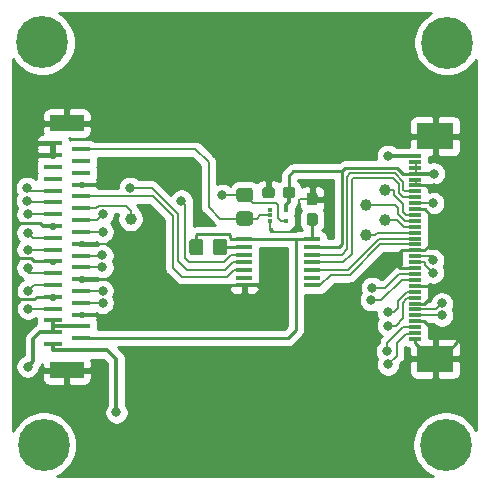
<source format=gbr>
%TF.GenerationSoftware,KiCad,Pcbnew,5.1.10-88a1d61d58~88~ubuntu18.04.1*%
%TF.CreationDate,2021-08-08T17:29:49+07:00*%
%TF.ProjectId,AETINA_ACCS3-STD-AN00-TEKNIQUE_OCLEA_OS08A20-ADAPTER,41455449-4e41-45f4-9143-4353332d5354,rev?*%
%TF.SameCoordinates,Original*%
%TF.FileFunction,Copper,L1,Top*%
%TF.FilePolarity,Positive*%
%FSLAX46Y46*%
G04 Gerber Fmt 4.6, Leading zero omitted, Abs format (unit mm)*
G04 Created by KiCad (PCBNEW 5.1.10-88a1d61d58~88~ubuntu18.04.1) date 2021-08-08 17:29:49*
%MOMM*%
%LPD*%
G01*
G04 APERTURE LIST*
%TA.AperFunction,SMDPad,CuDef*%
%ADD10R,3.100000X2.300000*%
%TD*%
%TA.AperFunction,SMDPad,CuDef*%
%ADD11R,1.100000X0.300000*%
%TD*%
%TA.AperFunction,SMDPad,CuDef*%
%ADD12R,1.600000X0.400000*%
%TD*%
%TA.AperFunction,SMDPad,CuDef*%
%ADD13R,2.900000X1.400000*%
%TD*%
%TA.AperFunction,SMDPad,CuDef*%
%ADD14C,1.000000*%
%TD*%
%TA.AperFunction,SMDPad,CuDef*%
%ADD15R,1.358900X0.355600*%
%TD*%
%TA.AperFunction,SMDPad,CuDef*%
%ADD16R,0.450000X0.300000*%
%TD*%
%TA.AperFunction,ComponentPad*%
%ADD17C,4.400000*%
%TD*%
%TA.AperFunction,ViaPad*%
%ADD18C,0.800000*%
%TD*%
%TA.AperFunction,Conductor*%
%ADD19C,0.200000*%
%TD*%
%TA.AperFunction,Conductor*%
%ADD20C,0.300000*%
%TD*%
%TA.AperFunction,Conductor*%
%ADD21C,0.250000*%
%TD*%
%TA.AperFunction,Conductor*%
%ADD22C,0.350000*%
%TD*%
%TA.AperFunction,Conductor*%
%ADD23C,0.254000*%
%TD*%
%TA.AperFunction,Conductor*%
%ADD24C,0.100000*%
%TD*%
G04 APERTURE END LIST*
%TO.P,R2,2*%
%TO.N,/CSI_PWDN_1V8*%
%TA.AperFunction,SMDPad,CuDef*%
G36*
G01*
X119831560Y-96942061D02*
X119831560Y-96042059D01*
G75*
G02*
X120081559Y-95792060I249999J0D01*
G01*
X120781561Y-95792060D01*
G75*
G02*
X121031560Y-96042059I0J-249999D01*
G01*
X121031560Y-96942061D01*
G75*
G02*
X120781561Y-97192060I-249999J0D01*
G01*
X120081559Y-97192060D01*
G75*
G02*
X119831560Y-96942061I0J249999D01*
G01*
G37*
%TD.AperFunction*%
%TO.P,R2,1*%
%TO.N,+1V8*%
%TA.AperFunction,SMDPad,CuDef*%
G36*
G01*
X117831560Y-96942061D02*
X117831560Y-96042059D01*
G75*
G02*
X118081559Y-95792060I249999J0D01*
G01*
X118781561Y-95792060D01*
G75*
G02*
X119031560Y-96042059I0J-249999D01*
G01*
X119031560Y-96942061D01*
G75*
G02*
X118781561Y-97192060I-249999J0D01*
G01*
X118081559Y-97192060D01*
G75*
G02*
X117831560Y-96942061I0J249999D01*
G01*
G37*
%TD.AperFunction*%
%TD*%
D10*
%TO.P,J2,34*%
%TO.N,GND*%
X138649700Y-87100000D03*
%TO.P,J2,33*%
X138649700Y-105940000D03*
D11*
%TO.P,J2,32*%
%TO.N,+5V*%
X136949700Y-88770000D03*
%TO.P,J2,31*%
%TO.N,+3V3*%
X136949700Y-89270000D03*
%TO.P,J2,30*%
X136949700Y-89770000D03*
%TO.P,J2,29*%
X136949700Y-90270000D03*
%TO.P,J2,28*%
%TO.N,GND*%
X136949700Y-90770000D03*
%TO.P,J2,27*%
X136949700Y-91270000D03*
%TO.P,J2,26*%
%TO.N,/SENS_EN_3V3*%
X136949700Y-91770000D03*
%TO.P,J2,25*%
%TO.N,/SENS_RST_3V3*%
X136949700Y-92270000D03*
%TO.P,J2,24*%
%TO.N,/CLK_SI_3V3*%
X136949700Y-92770000D03*
%TO.P,J2,23*%
%TO.N,GND*%
X136949700Y-93270000D03*
%TO.P,J2,22*%
%TO.N,/SHSYNC*%
X136949700Y-93770000D03*
%TO.P,J2,21*%
%TO.N,/SVSYNC*%
X136949700Y-94270000D03*
%TO.P,J2,20*%
%TO.N,/IRCUT_CE*%
X136949700Y-94770000D03*
%TO.P,J2,19*%
%TO.N,/IRCUT_SW*%
X136949700Y-95270000D03*
%TO.P,J2,18*%
%TO.N,/I2C_CLK_3V3*%
X136949700Y-95770000D03*
%TO.P,J2,17*%
%TO.N,/I2C_DAT_3V3*%
X136949700Y-96270000D03*
%TO.P,J2,16*%
%TO.N,GND*%
X136949700Y-96770000D03*
%TO.P,J2,15*%
%TO.N,/SD_LVDS0_N*%
X136949700Y-97270000D03*
%TO.P,J2,14*%
%TO.N,/SD_LVDS0_P*%
X136949700Y-97770000D03*
%TO.P,J2,13*%
%TO.N,GND*%
X136949700Y-98270000D03*
%TO.P,J2,12*%
%TO.N,/SD_LVDS1_N*%
X136949700Y-98770000D03*
%TO.P,J2,11*%
%TO.N,/SD_LVDS1_P*%
X136949700Y-99270000D03*
%TO.P,J2,10*%
%TO.N,GND*%
X136949700Y-99770000D03*
%TO.P,J2,9*%
%TO.N,/SD_LVDS2_N*%
X136949700Y-100270000D03*
%TO.P,J2,8*%
%TO.N,/SD_LVDS2_P*%
X136949700Y-100770000D03*
%TO.P,J2,7*%
%TO.N,GND*%
X136949700Y-101270000D03*
%TO.P,J2,6*%
%TO.N,/SD_LVDS3_N*%
X136949700Y-101770000D03*
%TO.P,J2,5*%
%TO.N,/SD_LVDS3_P*%
X136949700Y-102270000D03*
%TO.P,J2,4*%
%TO.N,GND*%
X136949700Y-102770000D03*
%TO.P,J2,3*%
%TO.N,/SPCLK_LVDS0_N*%
X136949700Y-103270000D03*
%TO.P,J2,2*%
%TO.N,/SPCLK_LVDS0_P*%
X136949700Y-103770000D03*
%TO.P,J2,1*%
%TO.N,GND*%
X136949700Y-104270000D03*
%TD*%
D12*
%TO.P,J1,36*%
%TO.N,GND*%
X106273900Y-87703500D03*
%TO.P,J1,35*%
%TO.N,/CSI_MCLK_1V8*%
X108673900Y-88203500D03*
%TO.P,J1,34*%
%TO.N,GND*%
X106273900Y-88703500D03*
%TO.P,J1,33*%
%TO.N,Net-(J1-Pad33)*%
X108673900Y-89203500D03*
%TO.P,J1,32*%
%TO.N,Net-(J1-Pad32)*%
X106273900Y-89703500D03*
%TO.P,J1,31*%
%TO.N,Net-(J1-Pad31)*%
X108673900Y-90203500D03*
%TO.P,J1,30*%
%TO.N,Net-(J1-Pad30)*%
X106273900Y-90703500D03*
%TO.P,J1,29*%
%TO.N,GND*%
X108673900Y-91203500D03*
%TO.P,J1,28*%
%TO.N,/I2C_SCL_1V8*%
X106273900Y-91703500D03*
%TO.P,J1,27*%
%TO.N,/I2C_SDA_1V8*%
X108673900Y-92203500D03*
%TO.P,J1,26*%
%TO.N,/CSI_nRST_1V8*%
X106273900Y-92703500D03*
%TO.P,J1,25*%
%TO.N,/CSI_SYNC_1V8*%
X108673900Y-93203500D03*
%TO.P,J1,24*%
%TO.N,/SHSYNC*%
X106273900Y-93703500D03*
%TO.P,J1,23*%
%TO.N,/SVSYNC*%
X108673900Y-94203500D03*
%TO.P,J1,22*%
%TO.N,GND*%
X106273900Y-94703500D03*
%TO.P,J1,21*%
%TO.N,/SD_LVDS3_N*%
X108673900Y-95203500D03*
%TO.P,J1,20*%
%TO.N,/SD_LVDS3_P*%
X106273900Y-95703500D03*
%TO.P,J1,19*%
%TO.N,GND*%
X108673900Y-96203500D03*
%TO.P,J1,18*%
%TO.N,/SD_LVDS2_N*%
X106273900Y-96703500D03*
%TO.P,J1,17*%
%TO.N,/SD_LVDS2_P*%
X108673900Y-97203500D03*
%TO.P,J1,16*%
%TO.N,GND*%
X106273900Y-97703500D03*
%TO.P,J1,15*%
%TO.N,/SD_LVDS1_N*%
X108673900Y-98203500D03*
%TO.P,J1,14*%
%TO.N,/SD_LVDS1_P*%
X106273900Y-98703500D03*
%TO.P,J1,13*%
%TO.N,GND*%
X108673900Y-99203500D03*
%TO.P,J1,12*%
%TO.N,/SPCLK_LVDS0_N*%
X106273900Y-99703500D03*
%TO.P,J1,11*%
%TO.N,/SPCLK_LVDS0_P*%
X108673900Y-100203500D03*
%TO.P,J1,10*%
%TO.N,GND*%
X106273900Y-100703500D03*
%TO.P,J1,9*%
%TO.N,/SD_LVDS0_N*%
X108673900Y-101203500D03*
%TO.P,J1,8*%
%TO.N,/SD_LVDS0_P*%
X106273900Y-101703500D03*
%TO.P,J1,7*%
%TO.N,GND*%
X108673900Y-102203500D03*
%TO.P,J1,6*%
%TO.N,+3V3*%
X106273900Y-102703500D03*
%TO.P,J1,5*%
X108673900Y-103203500D03*
%TO.P,J1,4*%
X106273900Y-103703500D03*
%TO.P,J1,3*%
%TO.N,+1V8*%
X108673900Y-104203500D03*
%TO.P,J1,2*%
%TO.N,+5V*%
X106273900Y-104703500D03*
%TO.P,J1,1*%
X108673900Y-105203500D03*
D13*
%TO.P,J1,S2*%
%TO.N,GND*%
X107473900Y-86003500D03*
%TO.P,J1,S1*%
X107473900Y-106903500D03*
%TD*%
D14*
%TO.P,TP5,1*%
%TO.N,/SHSYNC*%
X134371080Y-91638120D03*
%TD*%
%TO.P,TP4,1*%
%TO.N,/SVSYNC*%
X132765800Y-92964000D03*
%TD*%
%TO.P,TP3,1*%
%TO.N,/IRCUT_CE*%
X134391400Y-94188280D03*
%TD*%
%TO.P,TP2,1*%
%TO.N,/IRCUT_SW*%
X132765800Y-95453200D03*
%TD*%
%TO.P,TP1,1*%
%TO.N,/CSI_SYNC_1V8*%
X112862360Y-94091760D03*
%TD*%
D15*
%TO.P,U1,14*%
%TO.N,+1V8*%
X128238250Y-95840001D03*
%TO.P,U1,13*%
%TO.N,+3V3*%
X128238250Y-96490000D03*
%TO.P,U1,12*%
%TO.N,/SENS_EN_3V3*%
X128238250Y-97140001D03*
%TO.P,U1,11*%
%TO.N,/SENS_RST_3V3*%
X128238250Y-97790000D03*
%TO.P,U1,10*%
%TO.N,/I2C_CLK_3V3*%
X128238250Y-98440001D03*
%TO.P,U1,9*%
%TO.N,Net-(U1-Pad9)*%
X128238250Y-99090000D03*
%TO.P,U1,8*%
%TO.N,/I2C_DAT_3V3*%
X128238250Y-99740001D03*
%TO.P,U1,7*%
%TO.N,GND*%
X122485150Y-99739999D03*
%TO.P,U1,6*%
%TO.N,Net-(U1-Pad6)*%
X122485150Y-99090000D03*
%TO.P,U1,5*%
%TO.N,/I2C_SDA_1V8*%
X122485150Y-98439999D03*
%TO.P,U1,4*%
%TO.N,/I2C_SCL_1V8*%
X122485150Y-97790000D03*
%TO.P,U1,3*%
%TO.N,/CSI_nRST_1V8*%
X122485150Y-97140001D03*
%TO.P,U1,2*%
%TO.N,/CSI_PWDN_1V8*%
X122485150Y-96490000D03*
%TO.P,U1,1*%
%TO.N,+1V8*%
X122485150Y-95839999D03*
%TD*%
%TO.P,C2,2*%
%TO.N,GND*%
%TA.AperFunction,SMDPad,CuDef*%
G36*
G01*
X128482100Y-92957600D02*
X128007100Y-92957600D01*
G75*
G02*
X127769600Y-92720100I0J237500D01*
G01*
X127769600Y-92120100D01*
G75*
G02*
X128007100Y-91882600I237500J0D01*
G01*
X128482100Y-91882600D01*
G75*
G02*
X128719600Y-92120100I0J-237500D01*
G01*
X128719600Y-92720100D01*
G75*
G02*
X128482100Y-92957600I-237500J0D01*
G01*
G37*
%TD.AperFunction*%
%TO.P,C2,1*%
%TO.N,+1V8*%
%TA.AperFunction,SMDPad,CuDef*%
G36*
G01*
X128482100Y-94682600D02*
X128007100Y-94682600D01*
G75*
G02*
X127769600Y-94445100I0J237500D01*
G01*
X127769600Y-93845100D01*
G75*
G02*
X128007100Y-93607600I237500J0D01*
G01*
X128482100Y-93607600D01*
G75*
G02*
X128719600Y-93845100I0J-237500D01*
G01*
X128719600Y-94445100D01*
G75*
G02*
X128482100Y-94682600I-237500J0D01*
G01*
G37*
%TD.AperFunction*%
%TD*%
%TO.P,C1,2*%
%TO.N,GND*%
%TA.AperFunction,SMDPad,CuDef*%
G36*
G01*
X125079880Y-91634300D02*
X125079880Y-92109300D01*
G75*
G02*
X124842380Y-92346800I-237500J0D01*
G01*
X124242380Y-92346800D01*
G75*
G02*
X124004880Y-92109300I0J237500D01*
G01*
X124004880Y-91634300D01*
G75*
G02*
X124242380Y-91396800I237500J0D01*
G01*
X124842380Y-91396800D01*
G75*
G02*
X125079880Y-91634300I0J-237500D01*
G01*
G37*
%TD.AperFunction*%
%TO.P,C1,1*%
%TO.N,+3V3*%
%TA.AperFunction,SMDPad,CuDef*%
G36*
G01*
X126804880Y-91634300D02*
X126804880Y-92109300D01*
G75*
G02*
X126567380Y-92346800I-237500J0D01*
G01*
X125967380Y-92346800D01*
G75*
G02*
X125729880Y-92109300I0J237500D01*
G01*
X125729880Y-91634300D01*
G75*
G02*
X125967380Y-91396800I237500J0D01*
G01*
X126567380Y-91396800D01*
G75*
G02*
X126804880Y-91634300I0J-237500D01*
G01*
G37*
%TD.AperFunction*%
%TD*%
D16*
%TO.P,U2,4*%
%TO.N,/CLK_SI_3V3*%
X126036300Y-94314900D03*
%TO.P,U2,2*%
%TO.N,/CSI_MCLK_1V8*%
X124636300Y-93814900D03*
%TO.P,U2,5*%
%TO.N,+3V3*%
X126036300Y-93314900D03*
%TO.P,U2,3*%
%TO.N,GND*%
X124636300Y-94314900D03*
%TO.P,U2,1*%
%TO.N,Net-(U2-Pad1)*%
X124636300Y-93314900D03*
%TD*%
%TO.P,R1,1*%
%TO.N,/CLK_SI_3V3*%
%TA.AperFunction,SMDPad,CuDef*%
G36*
G01*
X122069439Y-91471440D02*
X122969441Y-91471440D01*
G75*
G02*
X123219440Y-91721439I0J-249999D01*
G01*
X123219440Y-92421441D01*
G75*
G02*
X122969441Y-92671440I-249999J0D01*
G01*
X122069439Y-92671440D01*
G75*
G02*
X121819440Y-92421441I0J249999D01*
G01*
X121819440Y-91721439D01*
G75*
G02*
X122069439Y-91471440I249999J0D01*
G01*
G37*
%TD.AperFunction*%
%TO.P,R1,2*%
%TO.N,/CSI_MCLK_1V8*%
%TA.AperFunction,SMDPad,CuDef*%
G36*
G01*
X122069439Y-93471440D02*
X122969441Y-93471440D01*
G75*
G02*
X123219440Y-93721439I0J-249999D01*
G01*
X123219440Y-94421441D01*
G75*
G02*
X122969441Y-94671440I-249999J0D01*
G01*
X122069439Y-94671440D01*
G75*
G02*
X121819440Y-94421441I0J249999D01*
G01*
X121819440Y-93721439D01*
G75*
G02*
X122069439Y-93471440I249999J0D01*
G01*
G37*
%TD.AperFunction*%
%TD*%
D17*
%TO.P,H4,1*%
%TO.N,N/C*%
X139646660Y-79181960D03*
%TD*%
%TO.P,H3,1*%
%TO.N,N/C*%
X139552680Y-113235740D03*
%TD*%
%TO.P,H2,1*%
%TO.N,N/C*%
X105514140Y-113238280D03*
%TD*%
%TO.P,H1,1*%
%TO.N,N/C*%
X105389680Y-79164180D03*
%TD*%
D18*
%TO.N,GND*%
X107485180Y-86039960D03*
X107477560Y-106883200D03*
X129661920Y-92425520D03*
X138643360Y-105961180D03*
X138676380Y-87198200D03*
X124462540Y-99687380D03*
X124480320Y-102339140D03*
X134696200Y-97515680D03*
X138516360Y-91465400D03*
X124490480Y-97185480D03*
X129674620Y-94635320D03*
X115356640Y-94538800D03*
X115300760Y-99651820D03*
X114711480Y-89479120D03*
X110474760Y-103073200D03*
X115316000Y-97020380D03*
X124485400Y-105425240D03*
X129674620Y-102323900D03*
X115277900Y-102275640D03*
X115277900Y-105331260D03*
X129674620Y-105427780D03*
X129667000Y-88798400D03*
X138503660Y-94305120D03*
%TO.N,/CSI_nRST_1V8*%
X104106980Y-92555060D03*
X117167660Y-92557600D03*
%TO.N,/I2C_SCL_1V8*%
X104114600Y-91485720D03*
X112793780Y-91473020D03*
%TO.N,+3V3*%
X138544300Y-90274140D03*
X104152700Y-106616500D03*
%TO.N,+5V*%
X134645400Y-88773000D03*
X111660940Y-110484920D03*
%TO.N,/SVSYNC*%
X110502700Y-93687900D03*
X132765800Y-92964000D03*
%TO.N,/SHSYNC*%
X104140000Y-93700600D03*
X134371080Y-91638120D03*
%TO.N,/CLK_SI_3V3*%
X138480800Y-92768420D03*
X120586500Y-92075000D03*
%TO.N,/SD_LVDS3_N*%
X139217400Y-101257100D03*
X110490000Y-95199200D03*
%TO.N,/SD_LVDS3_P*%
X139230100Y-102273100D03*
X104140000Y-95275400D03*
%TO.N,/SD_LVDS2_N*%
X134640320Y-101963220D03*
X104152700Y-96697800D03*
%TO.N,/SD_LVDS2_P*%
X134650480Y-103131620D03*
X110477300Y-97193100D03*
%TO.N,/SD_LVDS1_N*%
X133311900Y-99949000D03*
X110477300Y-98196400D03*
%TO.N,/SD_LVDS1_P*%
X133235700Y-100977700D03*
X104140000Y-98242120D03*
%TO.N,/SPCLK_LVDS0_N*%
X104178100Y-100203000D03*
X134594600Y-105308400D03*
%TO.N,/SPCLK_LVDS0_P*%
X134658100Y-106426000D03*
X110490000Y-100203000D03*
%TO.N,/SD_LVDS0_N*%
X138468100Y-97604580D03*
X110502700Y-101206300D03*
%TO.N,/SD_LVDS0_P*%
X138478260Y-98651060D03*
X104178100Y-101701600D03*
%TD*%
D19*
%TO.N,GND*%
X124542380Y-91871800D02*
X124542380Y-91893220D01*
X137003040Y-90775080D02*
X137003040Y-91275080D01*
D20*
X106451700Y-107277200D02*
X106451700Y-106780200D01*
X106454700Y-107280200D02*
X106451700Y-107277200D01*
X124484679Y-99739999D02*
X124485400Y-99740720D01*
X122485150Y-99739999D02*
X124484679Y-99739999D01*
D21*
X108673900Y-99203500D02*
X114885480Y-99203500D01*
X115434659Y-99739999D02*
X122485150Y-99739999D01*
X114898160Y-99203500D02*
X115434659Y-99739999D01*
X135689280Y-98270000D02*
X135008620Y-97589340D01*
X136949700Y-98270000D02*
X135689280Y-98270000D01*
X135827960Y-96770000D02*
X135008620Y-97589340D01*
X136949700Y-96770000D02*
X135827960Y-96770000D01*
X138516360Y-91465400D02*
X138104880Y-91465400D01*
X137909480Y-91270000D02*
X136949700Y-91270000D01*
X138104880Y-91465400D02*
X137909480Y-91270000D01*
X114885480Y-99203500D02*
X114898160Y-99203500D01*
D19*
X111385080Y-96203500D02*
X114729260Y-99547680D01*
X108673900Y-96203500D02*
X111385080Y-96203500D01*
D21*
X105214420Y-94462600D02*
X105455320Y-94703500D01*
X103022400Y-94462600D02*
X105214420Y-94462600D01*
X105455320Y-94703500D02*
X106273900Y-94703500D01*
X103019860Y-94465140D02*
X103022400Y-94462600D01*
X106273900Y-97703500D02*
X104674382Y-97703500D01*
X104674382Y-97703500D02*
X104393683Y-97422801D01*
X104393683Y-97422801D02*
X103033661Y-97422801D01*
X103019860Y-97409000D02*
X103019860Y-94465140D01*
X103033661Y-97422801D02*
X103019860Y-97409000D01*
X106273900Y-100703500D02*
X104909500Y-100703500D01*
X104684999Y-100928001D02*
X103038741Y-100928001D01*
X104909500Y-100703500D02*
X104684999Y-100928001D01*
X103033661Y-100922921D02*
X103033661Y-97422801D01*
X103038741Y-100928001D02*
X103033661Y-100922921D01*
X137734702Y-96770000D02*
X136949700Y-96770000D01*
X138384280Y-96120422D02*
X137734702Y-96770000D01*
X138384280Y-93904580D02*
X138384280Y-94574360D01*
X137749700Y-93270000D02*
X138384280Y-93904580D01*
X136949700Y-93270000D02*
X137749700Y-93270000D01*
X136949700Y-104270000D02*
X136949700Y-104638360D01*
X138272520Y-105961180D02*
X138643360Y-105961180D01*
X136949700Y-104638360D02*
X138272520Y-105961180D01*
X139162380Y-105940000D02*
X138649700Y-105940000D01*
X140540740Y-104561640D02*
X139162380Y-105940000D01*
X140540740Y-99781360D02*
X140540740Y-104561640D01*
X140552100Y-99770000D02*
X140540740Y-99781360D01*
X137734702Y-102770000D02*
X138649700Y-103684998D01*
X138649700Y-103684998D02*
X138649700Y-105940000D01*
X136949700Y-102770000D02*
X137734702Y-102770000D01*
X137734702Y-101270000D02*
X136949700Y-101270000D01*
X138357680Y-100647022D02*
X137734702Y-101270000D01*
X138357680Y-99770000D02*
X140552100Y-99770000D01*
X138357680Y-99770000D02*
X138357680Y-100647022D01*
X136949700Y-99770000D02*
X138357680Y-99770000D01*
D19*
X124636300Y-95024980D02*
X124636300Y-94314900D01*
X127213700Y-92420100D02*
X127101600Y-92532200D01*
X127101600Y-92532200D02*
X127101600Y-94970600D01*
X127101600Y-94970600D02*
X126898400Y-95173800D01*
X128244600Y-92420100D02*
X127213700Y-92420100D01*
X126898400Y-95173800D02*
X124785120Y-95173800D01*
X124785120Y-95173800D02*
X124636300Y-95024980D01*
D21*
X138384280Y-94574360D02*
X138384280Y-96120422D01*
D19*
%TO.N,/CSI_nRST_1V8*%
X104255420Y-92703500D02*
X104106980Y-92555060D01*
X106273900Y-92703500D02*
X104255420Y-92703500D01*
X117495230Y-92885170D02*
X117167660Y-92557600D01*
X117848380Y-97759520D02*
X117495230Y-97406370D01*
X120758954Y-97759520D02*
X117848380Y-97759520D01*
X122485150Y-97140001D02*
X121378473Y-97140001D01*
X117495230Y-97406370D02*
X117495230Y-92885170D01*
X121378473Y-97140001D02*
X120758954Y-97759520D01*
%TO.N,/I2C_SDA_1V8*%
X122485150Y-98439999D02*
X121605700Y-98439999D01*
X121011099Y-99034600D02*
X117226080Y-99034600D01*
X117226080Y-99034600D02*
X116424710Y-98233230D01*
X114766320Y-92203500D02*
X108673900Y-92203500D01*
X121605700Y-98439999D02*
X121011099Y-99034600D01*
X116424710Y-98233230D02*
X116424710Y-93861890D01*
X116424710Y-93861890D02*
X114766320Y-92203500D01*
%TO.N,/I2C_SCL_1V8*%
X104332380Y-91703500D02*
X104114600Y-91485720D01*
X106273900Y-91703500D02*
X104332380Y-91703500D01*
X121521220Y-97790000D02*
X122485150Y-97790000D01*
X112793780Y-91473020D02*
X114653060Y-91473020D01*
X114653060Y-91473020D02*
X116890800Y-93710760D01*
X116890800Y-93710760D02*
X116890800Y-97711260D01*
X117614700Y-98435160D02*
X120876060Y-98435160D01*
X116890800Y-97711260D02*
X117614700Y-98435160D01*
X120876060Y-98435160D02*
X121521220Y-97790000D01*
D21*
%TO.N,+1V8*%
X128244600Y-95833651D02*
X128238250Y-95840001D01*
X128244600Y-94145100D02*
X128244600Y-95833651D01*
X128238248Y-95839999D02*
X128238250Y-95840001D01*
X122485150Y-95839999D02*
X126867201Y-95839999D01*
X126867201Y-95839999D02*
X128238248Y-95839999D01*
X124129800Y-104203500D02*
X108673900Y-104203500D01*
X126867201Y-95839999D02*
X126867201Y-103510799D01*
X126174500Y-104203500D02*
X124129800Y-104203500D01*
X126867201Y-103510799D02*
X126174500Y-104203500D01*
X118395240Y-95454980D02*
X118395240Y-96367600D01*
X122485150Y-95839999D02*
X121405099Y-95839999D01*
X121405099Y-95839999D02*
X121292620Y-95727520D01*
X121292620Y-95727520D02*
X121292620Y-95496380D01*
X118455440Y-95394780D02*
X118395240Y-95454980D01*
X121191020Y-95394780D02*
X118455440Y-95394780D01*
X121292620Y-95496380D02*
X121191020Y-95394780D01*
D19*
%TO.N,/CSI_SYNC_1V8*%
X110166699Y-92987899D02*
X112451919Y-92987899D01*
X108673900Y-93203500D02*
X109951098Y-93203500D01*
X109951098Y-93203500D02*
X110166699Y-92987899D01*
X112862360Y-93398340D02*
X112862360Y-94091760D01*
X112451919Y-92987899D02*
X112862360Y-93398340D01*
D21*
%TO.N,/CSI_PWDN_1V8*%
X122483090Y-96492060D02*
X122485150Y-96490000D01*
X120431560Y-96492060D02*
X122483090Y-96492060D01*
D20*
%TO.N,+3V3*%
X126036300Y-93314900D02*
X126036300Y-92932020D01*
X126267380Y-92700940D02*
X126267380Y-91871800D01*
X126036300Y-92932020D02*
X126267380Y-92700940D01*
D19*
X137003040Y-89275080D02*
X137003040Y-89775080D01*
X137003040Y-89775080D02*
X137003040Y-90275080D01*
D21*
X130484400Y-96490000D02*
X128238250Y-96490000D01*
X135901280Y-90282880D02*
X135420100Y-89801700D01*
X136664700Y-90282880D02*
X135901280Y-90282880D01*
X130760620Y-90087300D02*
X130760620Y-96213780D01*
X131046220Y-89801700D02*
X130760620Y-90087300D01*
X135420100Y-89801700D02*
X131046220Y-89801700D01*
X130760620Y-96213780D02*
X130484400Y-96490000D01*
D20*
X106359200Y-103203500D02*
X106273900Y-103288800D01*
X108673900Y-103203500D02*
X106359200Y-103203500D01*
X106273900Y-102703500D02*
X106273900Y-103288800D01*
X106273900Y-103288800D02*
X106273900Y-103703500D01*
X136949700Y-90270000D02*
X138517300Y-90270000D01*
D21*
X126267380Y-90453380D02*
X126267380Y-91871800D01*
X126633460Y-90087300D02*
X126267380Y-90453380D01*
X130760620Y-90087300D02*
X126633460Y-90087300D01*
D20*
X104637840Y-106131360D02*
X104152700Y-106616500D01*
X104637840Y-104241600D02*
X104637840Y-106131360D01*
X106273900Y-103703500D02*
X105175940Y-103703500D01*
X105175940Y-103703500D02*
X104637840Y-104241600D01*
%TO.N,+5V*%
X134648400Y-88770000D02*
X134645400Y-88773000D01*
X136949700Y-88770000D02*
X134648400Y-88770000D01*
D22*
X106524300Y-105203500D02*
X108673900Y-105203500D01*
X106275980Y-105203500D02*
X106524300Y-105203500D01*
X106273900Y-104703500D02*
X106273900Y-105201420D01*
X106273900Y-105201420D02*
X106275980Y-105203500D01*
X111658400Y-105963720D02*
X111658400Y-110482380D01*
X111658400Y-110482380D02*
X111660940Y-110484920D01*
X108673900Y-105203500D02*
X110898180Y-105203500D01*
X110898180Y-105203500D02*
X111658400Y-105963720D01*
D19*
%TO.N,/I2C_DAT_3V3*%
X128861101Y-99740001D02*
X128238250Y-99740001D01*
X129836189Y-98840011D02*
X128936199Y-99740001D01*
X128936199Y-99740001D02*
X128861101Y-99740001D01*
X131422968Y-98840011D02*
X133992978Y-96270000D01*
X133992978Y-96270000D02*
X136949700Y-96270000D01*
X131422968Y-98840011D02*
X129836189Y-98840011D01*
%TO.N,/I2C_CLK_3V3*%
X128238250Y-98440001D02*
X131257279Y-98440001D01*
X131257279Y-98440001D02*
X133914401Y-95782879D01*
X136936821Y-95782879D02*
X136949700Y-95770000D01*
X133914401Y-95782879D02*
X136936821Y-95782879D01*
%TO.N,/IRCUT_SW*%
X133525260Y-95453200D02*
X132765800Y-95453200D01*
X133695580Y-95282880D02*
X133525260Y-95453200D01*
X136664700Y-95282880D02*
X133695580Y-95282880D01*
%TO.N,/IRCUT_CE*%
X136664700Y-94782881D02*
X136019781Y-94782881D01*
X136019781Y-94782881D02*
X135420100Y-94183200D01*
X134396480Y-94183200D02*
X134391400Y-94188280D01*
X135420100Y-94183200D02*
X134396480Y-94183200D01*
%TO.N,/SVSYNC*%
X136664700Y-94282879D02*
X136109781Y-94282879D01*
X136109781Y-94282879D02*
X135534400Y-93707498D01*
X135534400Y-93707498D02*
X135534400Y-93218000D01*
X135280400Y-92964000D02*
X132765800Y-92964000D01*
X135534400Y-93218000D02*
X135280400Y-92964000D01*
X132765800Y-92964000D02*
X132765800Y-92964000D01*
X109987100Y-94203500D02*
X110502700Y-93687900D01*
X108673900Y-94203500D02*
X109987100Y-94203500D01*
%TO.N,/SHSYNC*%
X136664700Y-93782880D02*
X136175480Y-93782880D01*
X136175480Y-93782880D02*
X135940800Y-93548200D01*
X135940800Y-93548200D02*
X135940800Y-92856598D01*
X135940800Y-92856598D02*
X135158281Y-92074079D01*
X135158281Y-92074079D02*
X135158281Y-91719201D01*
X135077200Y-91638120D02*
X134371080Y-91638120D01*
X135158281Y-91719201D02*
X135077200Y-91638120D01*
X134371080Y-91638120D02*
X134371080Y-91638120D01*
X104142900Y-93703500D02*
X104140000Y-93700600D01*
X106273900Y-93703500D02*
X104142900Y-93703500D01*
%TO.N,/CLK_SI_3V3*%
X122518420Y-92072460D02*
X122519440Y-92071440D01*
X123158000Y-92710000D02*
X122519440Y-92071440D01*
X125595000Y-94314900D02*
X125349000Y-94068900D01*
X123242580Y-92794580D02*
X123158000Y-92710000D01*
X126036300Y-94314900D02*
X125595000Y-94314900D01*
X125349000Y-94068900D02*
X125349000Y-92943680D01*
X125199900Y-92794580D02*
X123242580Y-92794580D01*
X125349000Y-92943680D02*
X125199900Y-92794580D01*
X138439200Y-92770000D02*
X138442700Y-92773500D01*
X136949700Y-92770000D02*
X138439200Y-92770000D01*
X120590060Y-92071440D02*
X120586500Y-92075000D01*
X122519440Y-92071440D02*
X120590060Y-92071440D01*
%TO.N,/SENS_RST_3V3*%
X131585640Y-90772858D02*
X131585640Y-97065160D01*
X136664700Y-92282881D02*
X135932781Y-92282881D01*
X130860800Y-97790000D02*
X128238250Y-97790000D01*
X135558289Y-91140587D02*
X135051212Y-90633510D01*
X131724988Y-90633510D02*
X131585640Y-90772858D01*
X131585640Y-97065160D02*
X130860800Y-97790000D01*
X135932781Y-92282881D02*
X135558289Y-91908389D01*
X135558289Y-91908389D02*
X135558289Y-91140587D01*
X135051212Y-90633510D02*
X131724988Y-90633510D01*
%TO.N,/SENS_EN_3V3*%
X130736099Y-97140001D02*
X128238250Y-97140001D01*
X131185630Y-96690470D02*
X130736099Y-97140001D01*
X131185630Y-90520810D02*
X131185630Y-96690470D01*
X136080479Y-91782879D02*
X135958299Y-91660699D01*
X135958299Y-91660699D02*
X135958299Y-90974899D01*
X135958299Y-90974899D02*
X135216900Y-90233500D01*
X135216900Y-90233500D02*
X131472940Y-90233500D01*
X136664700Y-91782879D02*
X136080479Y-91782879D01*
X131472940Y-90233500D02*
X131185630Y-90520810D01*
%TO.N,/CSI_MCLK_1V8*%
X122519440Y-94071440D02*
X123568460Y-94071440D01*
X123825000Y-93814900D02*
X124636300Y-93814900D01*
X123568460Y-94071440D02*
X123825000Y-93814900D01*
X122519440Y-94071440D02*
X120449340Y-94071440D01*
X120449340Y-94071440D02*
X119468900Y-93091000D01*
X119468900Y-93091000D02*
X119468900Y-89319100D01*
X118353300Y-88203500D02*
X108673900Y-88203500D01*
X119468900Y-89319100D02*
X118353300Y-88203500D01*
%TO.N,/SD_LVDS3_N*%
X110485700Y-95203500D02*
X110490000Y-95199200D01*
X108673900Y-95203500D02*
X110485700Y-95203500D01*
X139021820Y-101257100D02*
X139217400Y-101257100D01*
X138704500Y-101770000D02*
X139217400Y-101257100D01*
X136949700Y-101770000D02*
X138704500Y-101770000D01*
%TO.N,/SD_LVDS3_P*%
X104568100Y-95703500D02*
X104140000Y-95275400D01*
X106273900Y-95703500D02*
X104568100Y-95703500D01*
X137477500Y-102273100D02*
X139230100Y-102273100D01*
X137474400Y-102270000D02*
X137477500Y-102273100D01*
X136949700Y-102270000D02*
X137474400Y-102270000D01*
%TO.N,/SD_LVDS2_N*%
X104158400Y-96703500D02*
X104152700Y-96697800D01*
X106273900Y-96703500D02*
X104158400Y-96703500D01*
X135196580Y-101963220D02*
X134640320Y-101963220D01*
X135491220Y-101668580D02*
X135196580Y-101963220D01*
X135491220Y-101013982D02*
X135491220Y-101668580D01*
X136949700Y-100270000D02*
X136235201Y-100270000D01*
X136235201Y-100270000D02*
X135491220Y-101013982D01*
%TO.N,/SD_LVDS2_P*%
X110466900Y-97203500D02*
X110477300Y-97193100D01*
X108673900Y-97203500D02*
X110466900Y-97203500D01*
X136300900Y-100770000D02*
X136949700Y-100770000D01*
X135295640Y-103131620D02*
X135891230Y-102536030D01*
X134650480Y-103131620D02*
X135295640Y-103131620D01*
X135891230Y-102536030D02*
X135891230Y-101192370D01*
X135891230Y-101192370D02*
X136221470Y-100862130D01*
X136221470Y-100862130D02*
X136221470Y-100849430D01*
X136221470Y-100849430D02*
X136300900Y-100770000D01*
%TO.N,/SD_LVDS1_N*%
X136949700Y-98770000D02*
X135595800Y-98770000D01*
X134416800Y-99949000D02*
X133311900Y-99949000D01*
X135595800Y-98770000D02*
X134416800Y-99949000D01*
X110470200Y-98203500D02*
X110477300Y-98196400D01*
X108673900Y-98203500D02*
X110470200Y-98203500D01*
%TO.N,/SD_LVDS1_P*%
X136949700Y-99270000D02*
X135807000Y-99270000D01*
X134099300Y-100977700D02*
X133235700Y-100977700D01*
X135807000Y-99270000D02*
X134099300Y-100977700D01*
X104852100Y-98703500D02*
X104685200Y-98703500D01*
X104852100Y-98703500D02*
X104601380Y-98703500D01*
X106273900Y-98703500D02*
X104852100Y-98703500D01*
X104140000Y-98242120D02*
X104140000Y-98610420D01*
X104233080Y-98703500D02*
X106273900Y-98703500D01*
X104140000Y-98610420D02*
X104233080Y-98703500D01*
%TO.N,/SPCLK_LVDS0_N*%
X104677600Y-99703500D02*
X104178100Y-100203000D01*
X106273900Y-99703500D02*
X104677600Y-99703500D01*
X136949700Y-103270000D02*
X135896400Y-103270000D01*
X134594600Y-104571800D02*
X134594600Y-105308400D01*
X135896400Y-103270000D02*
X134594600Y-104571800D01*
%TO.N,/SPCLK_LVDS0_P*%
X110489500Y-100203500D02*
X110490000Y-100203000D01*
X108673900Y-100203500D02*
X110489500Y-100203500D01*
X135382000Y-105702100D02*
X134658100Y-106426000D01*
X135382000Y-104597698D02*
X135382000Y-105702100D01*
X136159699Y-103819999D02*
X135382000Y-104597698D01*
X136883101Y-103819999D02*
X136159699Y-103819999D01*
X136933100Y-103770000D02*
X136883101Y-103819999D01*
X136949700Y-103770000D02*
X136933100Y-103770000D01*
%TO.N,/SD_LVDS0_N*%
X138467400Y-97605280D02*
X138468100Y-97604580D01*
X110499900Y-101203500D02*
X110502700Y-101206300D01*
X108673900Y-101203500D02*
X110499900Y-101203500D01*
X138468100Y-97604580D02*
X138468100Y-97480120D01*
X138257980Y-97270000D02*
X136949700Y-97270000D01*
X138468100Y-97480120D02*
X138257980Y-97270000D01*
%TO.N,/SD_LVDS0_P*%
X104180000Y-101703500D02*
X104178100Y-101701600D01*
X106273900Y-101703500D02*
X104180000Y-101703500D01*
X136949700Y-97770000D02*
X137729280Y-97770000D01*
X137799701Y-97972501D02*
X138478260Y-98651060D01*
X137799701Y-97840421D02*
X137799701Y-97972501D01*
X137729280Y-97770000D02*
X137799701Y-97840421D01*
%TD*%
D23*
%TO.N,GND*%
X138262444Y-76697239D02*
X137839453Y-76979872D01*
X137444572Y-77374753D01*
X137134316Y-77839084D01*
X136920608Y-78355021D01*
X136811660Y-78902737D01*
X136811660Y-79461183D01*
X136920608Y-80008899D01*
X137134316Y-80524836D01*
X137444572Y-80989167D01*
X137839453Y-81384048D01*
X138303784Y-81694304D01*
X138819721Y-81908012D01*
X139367437Y-82016960D01*
X139925883Y-82016960D01*
X140473599Y-81908012D01*
X140989536Y-81694304D01*
X141453867Y-81384048D01*
X141848748Y-80989167D01*
X142088000Y-80631101D01*
X142088001Y-111948335D01*
X142065024Y-111892864D01*
X141754768Y-111428533D01*
X141359887Y-111033652D01*
X140895556Y-110723396D01*
X140379619Y-110509688D01*
X139831903Y-110400740D01*
X139273457Y-110400740D01*
X138725741Y-110509688D01*
X138209804Y-110723396D01*
X137745473Y-111033652D01*
X137350592Y-111428533D01*
X137040336Y-111892864D01*
X136826628Y-112408801D01*
X136717680Y-112956517D01*
X136717680Y-113514963D01*
X136826628Y-114062679D01*
X137040336Y-114578616D01*
X137350592Y-115042947D01*
X137745473Y-115437828D01*
X138209804Y-115748084D01*
X138479897Y-115859960D01*
X106593055Y-115859960D01*
X106857016Y-115750624D01*
X107321347Y-115440368D01*
X107716228Y-115045487D01*
X108026484Y-114581156D01*
X108240192Y-114065219D01*
X108349140Y-113517503D01*
X108349140Y-112959057D01*
X108240192Y-112411341D01*
X108026484Y-111895404D01*
X107716228Y-111431073D01*
X107321347Y-111036192D01*
X106857016Y-110725936D01*
X106341079Y-110512228D01*
X105793363Y-110403280D01*
X105234917Y-110403280D01*
X104687201Y-110512228D01*
X104171264Y-110725936D01*
X103706933Y-111036192D01*
X103312052Y-111431073D01*
X103001796Y-111895404D01*
X102920579Y-112091478D01*
X102923499Y-92453121D01*
X103071980Y-92453121D01*
X103071980Y-92656999D01*
X103111754Y-92856958D01*
X103189775Y-93045316D01*
X103261419Y-93152539D01*
X103222795Y-93210344D01*
X103144774Y-93398702D01*
X103105000Y-93598661D01*
X103105000Y-93802539D01*
X103144774Y-94002498D01*
X103222795Y-94190856D01*
X103336063Y-94360374D01*
X103463689Y-94488000D01*
X103336063Y-94615626D01*
X103222795Y-94785144D01*
X103144774Y-94973502D01*
X103105000Y-95173461D01*
X103105000Y-95377339D01*
X103144774Y-95577298D01*
X103222795Y-95765656D01*
X103336063Y-95935174D01*
X103393839Y-95992950D01*
X103348763Y-96038026D01*
X103235495Y-96207544D01*
X103157474Y-96395902D01*
X103117700Y-96595861D01*
X103117700Y-96799739D01*
X103157474Y-96999698D01*
X103235495Y-97188056D01*
X103348763Y-97357574D01*
X103454799Y-97463610D01*
X103336063Y-97582346D01*
X103222795Y-97751864D01*
X103144774Y-97940222D01*
X103105000Y-98140181D01*
X103105000Y-98344059D01*
X103144774Y-98544018D01*
X103222795Y-98732376D01*
X103336063Y-98901894D01*
X103480226Y-99046057D01*
X103648885Y-99158751D01*
X103687821Y-99197687D01*
X103710842Y-99225738D01*
X103751761Y-99259319D01*
X103687844Y-99285795D01*
X103518326Y-99399063D01*
X103374163Y-99543226D01*
X103260895Y-99712744D01*
X103182874Y-99901102D01*
X103143100Y-100101061D01*
X103143100Y-100304939D01*
X103182874Y-100504898D01*
X103260895Y-100693256D01*
X103374163Y-100862774D01*
X103463689Y-100952300D01*
X103374163Y-101041826D01*
X103260895Y-101211344D01*
X103182874Y-101399702D01*
X103143100Y-101599661D01*
X103143100Y-101803539D01*
X103182874Y-102003498D01*
X103260895Y-102191856D01*
X103374163Y-102361374D01*
X103518326Y-102505537D01*
X103687844Y-102618805D01*
X103876202Y-102696826D01*
X104076161Y-102736600D01*
X104280039Y-102736600D01*
X104479998Y-102696826D01*
X104668356Y-102618805D01*
X104835828Y-102506904D01*
X104835828Y-102903500D01*
X104844407Y-102990606D01*
X104737707Y-103047638D01*
X104701885Y-103077037D01*
X104648127Y-103121155D01*
X104648124Y-103121158D01*
X104618176Y-103145736D01*
X104593597Y-103175685D01*
X104110029Y-103659254D01*
X104080076Y-103683836D01*
X103981978Y-103803368D01*
X103909086Y-103939741D01*
X103864199Y-104087714D01*
X103852840Y-104203040D01*
X103852840Y-104203047D01*
X103849043Y-104241600D01*
X103852840Y-104280153D01*
X103852841Y-105620868D01*
X103850802Y-105621274D01*
X103662444Y-105699295D01*
X103492926Y-105812563D01*
X103348763Y-105956726D01*
X103235495Y-106126244D01*
X103157474Y-106314602D01*
X103117700Y-106514561D01*
X103117700Y-106718439D01*
X103157474Y-106918398D01*
X103235495Y-107106756D01*
X103348763Y-107276274D01*
X103492926Y-107420437D01*
X103662444Y-107533705D01*
X103850802Y-107611726D01*
X104050761Y-107651500D01*
X104254639Y-107651500D01*
X104454598Y-107611726D01*
X104474457Y-107603500D01*
X105385828Y-107603500D01*
X105398088Y-107727982D01*
X105434398Y-107847680D01*
X105493363Y-107957994D01*
X105572715Y-108054685D01*
X105669406Y-108134037D01*
X105779720Y-108193002D01*
X105899418Y-108229312D01*
X106023900Y-108241572D01*
X107188150Y-108238500D01*
X107346900Y-108079750D01*
X107346900Y-107030500D01*
X107600900Y-107030500D01*
X107600900Y-108079750D01*
X107759650Y-108238500D01*
X108923900Y-108241572D01*
X109048382Y-108229312D01*
X109168080Y-108193002D01*
X109278394Y-108134037D01*
X109375085Y-108054685D01*
X109454437Y-107957994D01*
X109513402Y-107847680D01*
X109549712Y-107727982D01*
X109561972Y-107603500D01*
X109558900Y-107189250D01*
X109400150Y-107030500D01*
X107600900Y-107030500D01*
X107346900Y-107030500D01*
X105547650Y-107030500D01*
X105388900Y-107189250D01*
X105385828Y-107603500D01*
X104474457Y-107603500D01*
X104642956Y-107533705D01*
X104812474Y-107420437D01*
X104956637Y-107276274D01*
X105069905Y-107106756D01*
X105147926Y-106918398D01*
X105187700Y-106718439D01*
X105187700Y-106695611D01*
X105195604Y-106689124D01*
X105293702Y-106569593D01*
X105366594Y-106433220D01*
X105387032Y-106365845D01*
X105388900Y-106617750D01*
X105547650Y-106776500D01*
X107346900Y-106776500D01*
X107346900Y-106756500D01*
X107600900Y-106756500D01*
X107600900Y-106776500D01*
X109400150Y-106776500D01*
X109558900Y-106617750D01*
X109561972Y-106203500D01*
X109549712Y-106079018D01*
X109536483Y-106035408D01*
X109598382Y-106029312D01*
X109650507Y-106013500D01*
X110562668Y-106013500D01*
X110848400Y-106299233D01*
X110848401Y-109838020D01*
X110743735Y-109994664D01*
X110665714Y-110183022D01*
X110625940Y-110382981D01*
X110625940Y-110586859D01*
X110665714Y-110786818D01*
X110743735Y-110975176D01*
X110857003Y-111144694D01*
X111001166Y-111288857D01*
X111170684Y-111402125D01*
X111359042Y-111480146D01*
X111559001Y-111519920D01*
X111762879Y-111519920D01*
X111962838Y-111480146D01*
X112151196Y-111402125D01*
X112320714Y-111288857D01*
X112464877Y-111144694D01*
X112578145Y-110975176D01*
X112656166Y-110786818D01*
X112695940Y-110586859D01*
X112695940Y-110382981D01*
X112656166Y-110183022D01*
X112578145Y-109994664D01*
X112468400Y-109830419D01*
X112468400Y-106003507D01*
X112472319Y-105963719D01*
X112461580Y-105854685D01*
X112456680Y-105804932D01*
X112410363Y-105652247D01*
X112335149Y-105511531D01*
X112233928Y-105388192D01*
X112203019Y-105362826D01*
X111803692Y-104963500D01*
X126137178Y-104963500D01*
X126174500Y-104967176D01*
X126211822Y-104963500D01*
X126211833Y-104963500D01*
X126323486Y-104952503D01*
X126466747Y-104909046D01*
X126598776Y-104838474D01*
X126714501Y-104743501D01*
X126738303Y-104714498D01*
X127378203Y-104074598D01*
X127407202Y-104050800D01*
X127454636Y-103993002D01*
X127502175Y-103935076D01*
X127572747Y-103803046D01*
X127616204Y-103659785D01*
X127627201Y-103548132D01*
X127627201Y-103548123D01*
X127630877Y-103510800D01*
X127627201Y-103473477D01*
X127627201Y-100555873D01*
X128917700Y-100555873D01*
X129042182Y-100543613D01*
X129161880Y-100507303D01*
X129272194Y-100448338D01*
X129368885Y-100368986D01*
X129448237Y-100272295D01*
X129449842Y-100269293D01*
X129458437Y-100262239D01*
X129481457Y-100234189D01*
X130140636Y-99575011D01*
X131386863Y-99575011D01*
X131422968Y-99578567D01*
X131459073Y-99575011D01*
X131567053Y-99564376D01*
X131705601Y-99522348D01*
X131833288Y-99454098D01*
X131945206Y-99362249D01*
X131968227Y-99334198D01*
X134297425Y-97005000D01*
X135770615Y-97005000D01*
X135771855Y-97016159D01*
X135761628Y-97120000D01*
X135761628Y-97420000D01*
X135771477Y-97520000D01*
X135761628Y-97620000D01*
X135761628Y-97920000D01*
X135771855Y-98023841D01*
X135770615Y-98035000D01*
X135631905Y-98035000D01*
X135595800Y-98031444D01*
X135559695Y-98035000D01*
X135451715Y-98045635D01*
X135313167Y-98087663D01*
X135185480Y-98155913D01*
X135073562Y-98247762D01*
X135050546Y-98275807D01*
X134112354Y-99214000D01*
X134040611Y-99214000D01*
X133971674Y-99145063D01*
X133802156Y-99031795D01*
X133613798Y-98953774D01*
X133413839Y-98914000D01*
X133209961Y-98914000D01*
X133010002Y-98953774D01*
X132821644Y-99031795D01*
X132652126Y-99145063D01*
X132507963Y-99289226D01*
X132394695Y-99458744D01*
X132316674Y-99647102D01*
X132276900Y-99847061D01*
X132276900Y-100050939D01*
X132316674Y-100250898D01*
X132377856Y-100398604D01*
X132318495Y-100487444D01*
X132240474Y-100675802D01*
X132200700Y-100875761D01*
X132200700Y-101079639D01*
X132240474Y-101279598D01*
X132318495Y-101467956D01*
X132431763Y-101637474D01*
X132575926Y-101781637D01*
X132745444Y-101894905D01*
X132933802Y-101972926D01*
X133133761Y-102012700D01*
X133337639Y-102012700D01*
X133537598Y-101972926D01*
X133605320Y-101944874D01*
X133605320Y-102065159D01*
X133645094Y-102265118D01*
X133723115Y-102453476D01*
X133790966Y-102555023D01*
X133733275Y-102641364D01*
X133655254Y-102829722D01*
X133615480Y-103029681D01*
X133615480Y-103233559D01*
X133655254Y-103433518D01*
X133733275Y-103621876D01*
X133846543Y-103791394D01*
X133990706Y-103935557D01*
X134111012Y-104015942D01*
X134100408Y-104026546D01*
X134072362Y-104049563D01*
X133980513Y-104161481D01*
X133912263Y-104289168D01*
X133885411Y-104377688D01*
X133870235Y-104427715D01*
X133856044Y-104571800D01*
X133857070Y-104582219D01*
X133790663Y-104648626D01*
X133677395Y-104818144D01*
X133599374Y-105006502D01*
X133559600Y-105206461D01*
X133559600Y-105410339D01*
X133599374Y-105610298D01*
X133677395Y-105798656D01*
X133754945Y-105914717D01*
X133740895Y-105935744D01*
X133662874Y-106124102D01*
X133623100Y-106324061D01*
X133623100Y-106527939D01*
X133662874Y-106727898D01*
X133740895Y-106916256D01*
X133854163Y-107085774D01*
X133998326Y-107229937D01*
X134167844Y-107343205D01*
X134356202Y-107421226D01*
X134556161Y-107461000D01*
X134760039Y-107461000D01*
X134959998Y-107421226D01*
X135148356Y-107343205D01*
X135317874Y-107229937D01*
X135457811Y-107090000D01*
X136461628Y-107090000D01*
X136473888Y-107214482D01*
X136510198Y-107334180D01*
X136569163Y-107444494D01*
X136648515Y-107541185D01*
X136745206Y-107620537D01*
X136855520Y-107679502D01*
X136975218Y-107715812D01*
X137099700Y-107728072D01*
X138363950Y-107725000D01*
X138522700Y-107566250D01*
X138522700Y-106067000D01*
X138776700Y-106067000D01*
X138776700Y-107566250D01*
X138935450Y-107725000D01*
X140199700Y-107728072D01*
X140324182Y-107715812D01*
X140443880Y-107679502D01*
X140554194Y-107620537D01*
X140650885Y-107541185D01*
X140730237Y-107444494D01*
X140789202Y-107334180D01*
X140825512Y-107214482D01*
X140837772Y-107090000D01*
X140834700Y-106225750D01*
X140675950Y-106067000D01*
X138776700Y-106067000D01*
X138522700Y-106067000D01*
X136623450Y-106067000D01*
X136464700Y-106225750D01*
X136461628Y-107090000D01*
X135457811Y-107090000D01*
X135462037Y-107085774D01*
X135575305Y-106916256D01*
X135653326Y-106727898D01*
X135693100Y-106527939D01*
X135693100Y-106430447D01*
X135876193Y-106247354D01*
X135904238Y-106224338D01*
X135996087Y-106112420D01*
X136064337Y-105984733D01*
X136106365Y-105846185D01*
X136117000Y-105738205D01*
X136117000Y-105738196D01*
X136120555Y-105702101D01*
X136117000Y-105666006D01*
X136117000Y-104988644D01*
X136166347Y-105013871D01*
X136286689Y-105047984D01*
X136411375Y-105057965D01*
X136462578Y-105057364D01*
X136464700Y-105654250D01*
X136623450Y-105813000D01*
X138522700Y-105813000D01*
X138522700Y-104313750D01*
X138776700Y-104313750D01*
X138776700Y-105813000D01*
X140675950Y-105813000D01*
X140834700Y-105654250D01*
X140837772Y-104790000D01*
X140825512Y-104665518D01*
X140789202Y-104545820D01*
X140730237Y-104435506D01*
X140650885Y-104338815D01*
X140554194Y-104259463D01*
X140443880Y-104200498D01*
X140324182Y-104164188D01*
X140199700Y-104151928D01*
X138935450Y-104155000D01*
X138776700Y-104313750D01*
X138522700Y-104313750D01*
X138363950Y-104155000D01*
X138134700Y-104154443D01*
X138134700Y-104142998D01*
X138095628Y-104142998D01*
X138102453Y-104120497D01*
X138134700Y-104088250D01*
X138127545Y-104023841D01*
X138137772Y-103920000D01*
X138137772Y-103620000D01*
X138127923Y-103520000D01*
X138137772Y-103420000D01*
X138137772Y-103120000D01*
X138127545Y-103016159D01*
X138128440Y-103008100D01*
X138501389Y-103008100D01*
X138570326Y-103077037D01*
X138739844Y-103190305D01*
X138928202Y-103268326D01*
X139128161Y-103308100D01*
X139332039Y-103308100D01*
X139531998Y-103268326D01*
X139720356Y-103190305D01*
X139889874Y-103077037D01*
X140034037Y-102932874D01*
X140147305Y-102763356D01*
X140225326Y-102574998D01*
X140265100Y-102375039D01*
X140265100Y-102171161D01*
X140225326Y-101971202D01*
X140147305Y-101782844D01*
X140129099Y-101755597D01*
X140134605Y-101747356D01*
X140212626Y-101558998D01*
X140252400Y-101359039D01*
X140252400Y-101155161D01*
X140212626Y-100955202D01*
X140134605Y-100766844D01*
X140021337Y-100597326D01*
X139877174Y-100453163D01*
X139707656Y-100339895D01*
X139519298Y-100261874D01*
X139319339Y-100222100D01*
X139115461Y-100222100D01*
X138915502Y-100261874D01*
X138727144Y-100339895D01*
X138557626Y-100453163D01*
X138413463Y-100597326D01*
X138300195Y-100766844D01*
X138222174Y-100955202D01*
X138206301Y-101035000D01*
X138128785Y-101035000D01*
X138127545Y-101023841D01*
X138137772Y-100920000D01*
X138137772Y-100620000D01*
X138127923Y-100520000D01*
X138137772Y-100420000D01*
X138137772Y-100120000D01*
X138127545Y-100016159D01*
X138134700Y-99951750D01*
X138102453Y-99919503D01*
X138089202Y-99875820D01*
X138032639Y-99770000D01*
X138089202Y-99664180D01*
X138102453Y-99620497D01*
X138105865Y-99617085D01*
X138176362Y-99646286D01*
X138376321Y-99686060D01*
X138580199Y-99686060D01*
X138780158Y-99646286D01*
X138968516Y-99568265D01*
X139138034Y-99454997D01*
X139282197Y-99310834D01*
X139395465Y-99141316D01*
X139473486Y-98952958D01*
X139513260Y-98752999D01*
X139513260Y-98549121D01*
X139473486Y-98349162D01*
X139395465Y-98160804D01*
X139368346Y-98120217D01*
X139385305Y-98094836D01*
X139463326Y-97906478D01*
X139503100Y-97706519D01*
X139503100Y-97502641D01*
X139463326Y-97302682D01*
X139385305Y-97114324D01*
X139272037Y-96944806D01*
X139127874Y-96800643D01*
X138958356Y-96687375D01*
X138769998Y-96609354D01*
X138570039Y-96569580D01*
X138481001Y-96569580D01*
X138402065Y-96545635D01*
X138294085Y-96535000D01*
X138257980Y-96531444D01*
X138221875Y-96535000D01*
X138128785Y-96535000D01*
X138127545Y-96523841D01*
X138137772Y-96420000D01*
X138137772Y-96120000D01*
X138127923Y-96020000D01*
X138137772Y-95920000D01*
X138137772Y-95620000D01*
X138127923Y-95520000D01*
X138137772Y-95420000D01*
X138137772Y-95120000D01*
X138127923Y-95020000D01*
X138137772Y-94920000D01*
X138137772Y-94620000D01*
X138127923Y-94520000D01*
X138137772Y-94420000D01*
X138137772Y-94120000D01*
X138127923Y-94020000D01*
X138137772Y-93920000D01*
X138137772Y-93746609D01*
X138178902Y-93763646D01*
X138378861Y-93803420D01*
X138582739Y-93803420D01*
X138782698Y-93763646D01*
X138971056Y-93685625D01*
X139140574Y-93572357D01*
X139284737Y-93428194D01*
X139398005Y-93258676D01*
X139476026Y-93070318D01*
X139515800Y-92870359D01*
X139515800Y-92666481D01*
X139476026Y-92466522D01*
X139398005Y-92278164D01*
X139284737Y-92108646D01*
X139140574Y-91964483D01*
X138971056Y-91851215D01*
X138782698Y-91773194D01*
X138582739Y-91733420D01*
X138378861Y-91733420D01*
X138178902Y-91773194D01*
X138137772Y-91790231D01*
X138137772Y-91620000D01*
X138127545Y-91516159D01*
X138134700Y-91451750D01*
X138102453Y-91419503D01*
X138089202Y-91375820D01*
X138032110Y-91269011D01*
X138071445Y-91198553D01*
X138242402Y-91269366D01*
X138442361Y-91309140D01*
X138646239Y-91309140D01*
X138846198Y-91269366D01*
X139034556Y-91191345D01*
X139204074Y-91078077D01*
X139348237Y-90933914D01*
X139461505Y-90764396D01*
X139539526Y-90576038D01*
X139579300Y-90376079D01*
X139579300Y-90172201D01*
X139539526Y-89972242D01*
X139461505Y-89783884D01*
X139348237Y-89614366D01*
X139204074Y-89470203D01*
X139034556Y-89356935D01*
X138846198Y-89278914D01*
X138646239Y-89239140D01*
X138442361Y-89239140D01*
X138242402Y-89278914D01*
X138137772Y-89322253D01*
X138137772Y-89120000D01*
X138127923Y-89020000D01*
X138137772Y-88920000D01*
X138137772Y-88885550D01*
X138363950Y-88885000D01*
X138522700Y-88726250D01*
X138522700Y-87227000D01*
X138776700Y-87227000D01*
X138776700Y-88726250D01*
X138935450Y-88885000D01*
X140199700Y-88888072D01*
X140324182Y-88875812D01*
X140443880Y-88839502D01*
X140554194Y-88780537D01*
X140650885Y-88701185D01*
X140730237Y-88604494D01*
X140789202Y-88494180D01*
X140825512Y-88374482D01*
X140837772Y-88250000D01*
X140834700Y-87385750D01*
X140675950Y-87227000D01*
X138776700Y-87227000D01*
X138522700Y-87227000D01*
X136623450Y-87227000D01*
X136464700Y-87385750D01*
X136462581Y-87981928D01*
X136399700Y-87981928D01*
X136368508Y-87985000D01*
X135321111Y-87985000D01*
X135305174Y-87969063D01*
X135135656Y-87855795D01*
X134947298Y-87777774D01*
X134747339Y-87738000D01*
X134543461Y-87738000D01*
X134343502Y-87777774D01*
X134155144Y-87855795D01*
X133985626Y-87969063D01*
X133841463Y-88113226D01*
X133728195Y-88282744D01*
X133650174Y-88471102D01*
X133610400Y-88671061D01*
X133610400Y-88874939D01*
X133643571Y-89041700D01*
X131083542Y-89041700D01*
X131046219Y-89038024D01*
X131008896Y-89041700D01*
X131008887Y-89041700D01*
X130897234Y-89052697D01*
X130753973Y-89096154D01*
X130621944Y-89166726D01*
X130506219Y-89261699D01*
X130482420Y-89290698D01*
X130445818Y-89327300D01*
X126670782Y-89327300D01*
X126633459Y-89323624D01*
X126596136Y-89327300D01*
X126596127Y-89327300D01*
X126484474Y-89338297D01*
X126341213Y-89381754D01*
X126209184Y-89452326D01*
X126093459Y-89547299D01*
X126069656Y-89576303D01*
X125756383Y-89889576D01*
X125727379Y-89913379D01*
X125696614Y-89950867D01*
X125632406Y-90029104D01*
X125583821Y-90120000D01*
X125561834Y-90161134D01*
X125518377Y-90304395D01*
X125507380Y-90416048D01*
X125507380Y-90416058D01*
X125503704Y-90453380D01*
X125507380Y-90490703D01*
X125507380Y-90892154D01*
X125482274Y-90905574D01*
X125434374Y-90866263D01*
X125324060Y-90807298D01*
X125204362Y-90770988D01*
X125079880Y-90758728D01*
X124828130Y-90761800D01*
X124669380Y-90920550D01*
X124669380Y-91744800D01*
X124689380Y-91744800D01*
X124689380Y-91998800D01*
X124669380Y-91998800D01*
X124669380Y-92018800D01*
X124415380Y-92018800D01*
X124415380Y-91998800D01*
X124395380Y-91998800D01*
X124395380Y-91744800D01*
X124415380Y-91744800D01*
X124415380Y-90920550D01*
X124256630Y-90761800D01*
X124004880Y-90758728D01*
X123880398Y-90770988D01*
X123760700Y-90807298D01*
X123650386Y-90866263D01*
X123553695Y-90945615D01*
X123498774Y-91012536D01*
X123462827Y-90983035D01*
X123309291Y-90900968D01*
X123142695Y-90850432D01*
X122969441Y-90833368D01*
X122069439Y-90833368D01*
X121896185Y-90850432D01*
X121729589Y-90900968D01*
X121576053Y-90983035D01*
X121441478Y-91093478D01*
X121331035Y-91228053D01*
X121286529Y-91311318D01*
X121246274Y-91271063D01*
X121076756Y-91157795D01*
X120888398Y-91079774D01*
X120688439Y-91040000D01*
X120484561Y-91040000D01*
X120284602Y-91079774D01*
X120203900Y-91113202D01*
X120203900Y-89355205D01*
X120207456Y-89319100D01*
X120193265Y-89175015D01*
X120151237Y-89036466D01*
X120082987Y-88908780D01*
X120014153Y-88824906D01*
X119991138Y-88796862D01*
X119963093Y-88773846D01*
X118898558Y-87709312D01*
X118875538Y-87681262D01*
X118763620Y-87589413D01*
X118635933Y-87521163D01*
X118497385Y-87479135D01*
X118389405Y-87468500D01*
X118353300Y-87464944D01*
X118317195Y-87468500D01*
X109820044Y-87468500D01*
X109718080Y-87413998D01*
X109598382Y-87377688D01*
X109473900Y-87365428D01*
X107873900Y-87365428D01*
X107749418Y-87377688D01*
X107700314Y-87392584D01*
X107697880Y-87370142D01*
X107659874Y-87250972D01*
X107644727Y-87223577D01*
X107759650Y-87338500D01*
X108923900Y-87341572D01*
X109048382Y-87329312D01*
X109168080Y-87293002D01*
X109278394Y-87234037D01*
X109375085Y-87154685D01*
X109454437Y-87057994D01*
X109513402Y-86947680D01*
X109549712Y-86827982D01*
X109561972Y-86703500D01*
X109558900Y-86289250D01*
X109400150Y-86130500D01*
X107600900Y-86130500D01*
X107600900Y-86150500D01*
X107346900Y-86150500D01*
X107346900Y-86130500D01*
X105547650Y-86130500D01*
X105388900Y-86289250D01*
X105385828Y-86703500D01*
X105398088Y-86827982D01*
X105411296Y-86871524D01*
X105358320Y-86875983D01*
X105238119Y-86910589D01*
X105126978Y-86967981D01*
X105029169Y-87045952D01*
X104948451Y-87141506D01*
X104887926Y-87250972D01*
X104849920Y-87370142D01*
X104838900Y-87471750D01*
X104997650Y-87630500D01*
X106146900Y-87630500D01*
X106146900Y-87556500D01*
X106400900Y-87556500D01*
X106400900Y-87630500D01*
X106420900Y-87630500D01*
X106420900Y-87776500D01*
X106400900Y-87776500D01*
X106400900Y-88630500D01*
X106420900Y-88630500D01*
X106420900Y-88776500D01*
X106400900Y-88776500D01*
X106400900Y-88850500D01*
X106146900Y-88850500D01*
X106146900Y-88776500D01*
X104997650Y-88776500D01*
X104838900Y-88935250D01*
X104849920Y-89036858D01*
X104887926Y-89156028D01*
X104914205Y-89203556D01*
X104884398Y-89259320D01*
X104848088Y-89379018D01*
X104835828Y-89503500D01*
X104835828Y-89903500D01*
X104848088Y-90027982D01*
X104884398Y-90147680D01*
X104914235Y-90203500D01*
X104884398Y-90259320D01*
X104848088Y-90379018D01*
X104835828Y-90503500D01*
X104835828Y-90743237D01*
X104774374Y-90681783D01*
X104604856Y-90568515D01*
X104416498Y-90490494D01*
X104216539Y-90450720D01*
X104012661Y-90450720D01*
X103812702Y-90490494D01*
X103624344Y-90568515D01*
X103454826Y-90681783D01*
X103310663Y-90825946D01*
X103197395Y-90995464D01*
X103119374Y-91183822D01*
X103079600Y-91383781D01*
X103079600Y-91587659D01*
X103119374Y-91787618D01*
X103197395Y-91975976D01*
X103223261Y-92014688D01*
X103189775Y-92064804D01*
X103111754Y-92253162D01*
X103071980Y-92453121D01*
X102923499Y-92453121D01*
X102924170Y-87935250D01*
X104838900Y-87935250D01*
X104849920Y-88036858D01*
X104887926Y-88156028D01*
X104914174Y-88203500D01*
X104887926Y-88250972D01*
X104849920Y-88370142D01*
X104838900Y-88471750D01*
X104997650Y-88630500D01*
X106146900Y-88630500D01*
X106146900Y-87776500D01*
X104997650Y-87776500D01*
X104838900Y-87935250D01*
X102924170Y-87935250D01*
X102924464Y-85950000D01*
X136461628Y-85950000D01*
X136464700Y-86814250D01*
X136623450Y-86973000D01*
X138522700Y-86973000D01*
X138522700Y-85473750D01*
X138776700Y-85473750D01*
X138776700Y-86973000D01*
X140675950Y-86973000D01*
X140834700Y-86814250D01*
X140837772Y-85950000D01*
X140825512Y-85825518D01*
X140789202Y-85705820D01*
X140730237Y-85595506D01*
X140650885Y-85498815D01*
X140554194Y-85419463D01*
X140443880Y-85360498D01*
X140324182Y-85324188D01*
X140199700Y-85311928D01*
X138935450Y-85315000D01*
X138776700Y-85473750D01*
X138522700Y-85473750D01*
X138363950Y-85315000D01*
X137099700Y-85311928D01*
X136975218Y-85324188D01*
X136855520Y-85360498D01*
X136745206Y-85419463D01*
X136648515Y-85498815D01*
X136569163Y-85595506D01*
X136510198Y-85705820D01*
X136473888Y-85825518D01*
X136461628Y-85950000D01*
X102924464Y-85950000D01*
X102924561Y-85303500D01*
X105385828Y-85303500D01*
X105388900Y-85717750D01*
X105547650Y-85876500D01*
X107346900Y-85876500D01*
X107346900Y-84827250D01*
X107600900Y-84827250D01*
X107600900Y-85876500D01*
X109400150Y-85876500D01*
X109558900Y-85717750D01*
X109561972Y-85303500D01*
X109549712Y-85179018D01*
X109513402Y-85059320D01*
X109454437Y-84949006D01*
X109375085Y-84852315D01*
X109278394Y-84772963D01*
X109168080Y-84713998D01*
X109048382Y-84677688D01*
X108923900Y-84665428D01*
X107759650Y-84668500D01*
X107600900Y-84827250D01*
X107346900Y-84827250D01*
X107188150Y-84668500D01*
X106023900Y-84665428D01*
X105899418Y-84677688D01*
X105779720Y-84713998D01*
X105669406Y-84772963D01*
X105572715Y-84852315D01*
X105493363Y-84949006D01*
X105434398Y-85059320D01*
X105398088Y-85179018D01*
X105385828Y-85303500D01*
X102924561Y-85303500D01*
X102925265Y-80578787D01*
X103187592Y-80971387D01*
X103582473Y-81366268D01*
X104046804Y-81676524D01*
X104562741Y-81890232D01*
X105110457Y-81999180D01*
X105668903Y-81999180D01*
X106216619Y-81890232D01*
X106732556Y-81676524D01*
X107196887Y-81366268D01*
X107591768Y-80971387D01*
X107902024Y-80507056D01*
X108115732Y-79991119D01*
X108224680Y-79443403D01*
X108224680Y-78884957D01*
X108115732Y-78337241D01*
X107902024Y-77821304D01*
X107591768Y-77356973D01*
X107196887Y-76962092D01*
X106793519Y-76692570D01*
X138262444Y-76697239D01*
%TA.AperFunction,Conductor*%
D24*
G36*
X138262444Y-76697239D02*
G01*
X137839453Y-76979872D01*
X137444572Y-77374753D01*
X137134316Y-77839084D01*
X136920608Y-78355021D01*
X136811660Y-78902737D01*
X136811660Y-79461183D01*
X136920608Y-80008899D01*
X137134316Y-80524836D01*
X137444572Y-80989167D01*
X137839453Y-81384048D01*
X138303784Y-81694304D01*
X138819721Y-81908012D01*
X139367437Y-82016960D01*
X139925883Y-82016960D01*
X140473599Y-81908012D01*
X140989536Y-81694304D01*
X141453867Y-81384048D01*
X141848748Y-80989167D01*
X142088000Y-80631101D01*
X142088001Y-111948335D01*
X142065024Y-111892864D01*
X141754768Y-111428533D01*
X141359887Y-111033652D01*
X140895556Y-110723396D01*
X140379619Y-110509688D01*
X139831903Y-110400740D01*
X139273457Y-110400740D01*
X138725741Y-110509688D01*
X138209804Y-110723396D01*
X137745473Y-111033652D01*
X137350592Y-111428533D01*
X137040336Y-111892864D01*
X136826628Y-112408801D01*
X136717680Y-112956517D01*
X136717680Y-113514963D01*
X136826628Y-114062679D01*
X137040336Y-114578616D01*
X137350592Y-115042947D01*
X137745473Y-115437828D01*
X138209804Y-115748084D01*
X138479897Y-115859960D01*
X106593055Y-115859960D01*
X106857016Y-115750624D01*
X107321347Y-115440368D01*
X107716228Y-115045487D01*
X108026484Y-114581156D01*
X108240192Y-114065219D01*
X108349140Y-113517503D01*
X108349140Y-112959057D01*
X108240192Y-112411341D01*
X108026484Y-111895404D01*
X107716228Y-111431073D01*
X107321347Y-111036192D01*
X106857016Y-110725936D01*
X106341079Y-110512228D01*
X105793363Y-110403280D01*
X105234917Y-110403280D01*
X104687201Y-110512228D01*
X104171264Y-110725936D01*
X103706933Y-111036192D01*
X103312052Y-111431073D01*
X103001796Y-111895404D01*
X102920579Y-112091478D01*
X102923499Y-92453121D01*
X103071980Y-92453121D01*
X103071980Y-92656999D01*
X103111754Y-92856958D01*
X103189775Y-93045316D01*
X103261419Y-93152539D01*
X103222795Y-93210344D01*
X103144774Y-93398702D01*
X103105000Y-93598661D01*
X103105000Y-93802539D01*
X103144774Y-94002498D01*
X103222795Y-94190856D01*
X103336063Y-94360374D01*
X103463689Y-94488000D01*
X103336063Y-94615626D01*
X103222795Y-94785144D01*
X103144774Y-94973502D01*
X103105000Y-95173461D01*
X103105000Y-95377339D01*
X103144774Y-95577298D01*
X103222795Y-95765656D01*
X103336063Y-95935174D01*
X103393839Y-95992950D01*
X103348763Y-96038026D01*
X103235495Y-96207544D01*
X103157474Y-96395902D01*
X103117700Y-96595861D01*
X103117700Y-96799739D01*
X103157474Y-96999698D01*
X103235495Y-97188056D01*
X103348763Y-97357574D01*
X103454799Y-97463610D01*
X103336063Y-97582346D01*
X103222795Y-97751864D01*
X103144774Y-97940222D01*
X103105000Y-98140181D01*
X103105000Y-98344059D01*
X103144774Y-98544018D01*
X103222795Y-98732376D01*
X103336063Y-98901894D01*
X103480226Y-99046057D01*
X103648885Y-99158751D01*
X103687821Y-99197687D01*
X103710842Y-99225738D01*
X103751761Y-99259319D01*
X103687844Y-99285795D01*
X103518326Y-99399063D01*
X103374163Y-99543226D01*
X103260895Y-99712744D01*
X103182874Y-99901102D01*
X103143100Y-100101061D01*
X103143100Y-100304939D01*
X103182874Y-100504898D01*
X103260895Y-100693256D01*
X103374163Y-100862774D01*
X103463689Y-100952300D01*
X103374163Y-101041826D01*
X103260895Y-101211344D01*
X103182874Y-101399702D01*
X103143100Y-101599661D01*
X103143100Y-101803539D01*
X103182874Y-102003498D01*
X103260895Y-102191856D01*
X103374163Y-102361374D01*
X103518326Y-102505537D01*
X103687844Y-102618805D01*
X103876202Y-102696826D01*
X104076161Y-102736600D01*
X104280039Y-102736600D01*
X104479998Y-102696826D01*
X104668356Y-102618805D01*
X104835828Y-102506904D01*
X104835828Y-102903500D01*
X104844407Y-102990606D01*
X104737707Y-103047638D01*
X104701885Y-103077037D01*
X104648127Y-103121155D01*
X104648124Y-103121158D01*
X104618176Y-103145736D01*
X104593597Y-103175685D01*
X104110029Y-103659254D01*
X104080076Y-103683836D01*
X103981978Y-103803368D01*
X103909086Y-103939741D01*
X103864199Y-104087714D01*
X103852840Y-104203040D01*
X103852840Y-104203047D01*
X103849043Y-104241600D01*
X103852840Y-104280153D01*
X103852841Y-105620868D01*
X103850802Y-105621274D01*
X103662444Y-105699295D01*
X103492926Y-105812563D01*
X103348763Y-105956726D01*
X103235495Y-106126244D01*
X103157474Y-106314602D01*
X103117700Y-106514561D01*
X103117700Y-106718439D01*
X103157474Y-106918398D01*
X103235495Y-107106756D01*
X103348763Y-107276274D01*
X103492926Y-107420437D01*
X103662444Y-107533705D01*
X103850802Y-107611726D01*
X104050761Y-107651500D01*
X104254639Y-107651500D01*
X104454598Y-107611726D01*
X104474457Y-107603500D01*
X105385828Y-107603500D01*
X105398088Y-107727982D01*
X105434398Y-107847680D01*
X105493363Y-107957994D01*
X105572715Y-108054685D01*
X105669406Y-108134037D01*
X105779720Y-108193002D01*
X105899418Y-108229312D01*
X106023900Y-108241572D01*
X107188150Y-108238500D01*
X107346900Y-108079750D01*
X107346900Y-107030500D01*
X107600900Y-107030500D01*
X107600900Y-108079750D01*
X107759650Y-108238500D01*
X108923900Y-108241572D01*
X109048382Y-108229312D01*
X109168080Y-108193002D01*
X109278394Y-108134037D01*
X109375085Y-108054685D01*
X109454437Y-107957994D01*
X109513402Y-107847680D01*
X109549712Y-107727982D01*
X109561972Y-107603500D01*
X109558900Y-107189250D01*
X109400150Y-107030500D01*
X107600900Y-107030500D01*
X107346900Y-107030500D01*
X105547650Y-107030500D01*
X105388900Y-107189250D01*
X105385828Y-107603500D01*
X104474457Y-107603500D01*
X104642956Y-107533705D01*
X104812474Y-107420437D01*
X104956637Y-107276274D01*
X105069905Y-107106756D01*
X105147926Y-106918398D01*
X105187700Y-106718439D01*
X105187700Y-106695611D01*
X105195604Y-106689124D01*
X105293702Y-106569593D01*
X105366594Y-106433220D01*
X105387032Y-106365845D01*
X105388900Y-106617750D01*
X105547650Y-106776500D01*
X107346900Y-106776500D01*
X107346900Y-106756500D01*
X107600900Y-106756500D01*
X107600900Y-106776500D01*
X109400150Y-106776500D01*
X109558900Y-106617750D01*
X109561972Y-106203500D01*
X109549712Y-106079018D01*
X109536483Y-106035408D01*
X109598382Y-106029312D01*
X109650507Y-106013500D01*
X110562668Y-106013500D01*
X110848400Y-106299233D01*
X110848401Y-109838020D01*
X110743735Y-109994664D01*
X110665714Y-110183022D01*
X110625940Y-110382981D01*
X110625940Y-110586859D01*
X110665714Y-110786818D01*
X110743735Y-110975176D01*
X110857003Y-111144694D01*
X111001166Y-111288857D01*
X111170684Y-111402125D01*
X111359042Y-111480146D01*
X111559001Y-111519920D01*
X111762879Y-111519920D01*
X111962838Y-111480146D01*
X112151196Y-111402125D01*
X112320714Y-111288857D01*
X112464877Y-111144694D01*
X112578145Y-110975176D01*
X112656166Y-110786818D01*
X112695940Y-110586859D01*
X112695940Y-110382981D01*
X112656166Y-110183022D01*
X112578145Y-109994664D01*
X112468400Y-109830419D01*
X112468400Y-106003507D01*
X112472319Y-105963719D01*
X112461580Y-105854685D01*
X112456680Y-105804932D01*
X112410363Y-105652247D01*
X112335149Y-105511531D01*
X112233928Y-105388192D01*
X112203019Y-105362826D01*
X111803692Y-104963500D01*
X126137178Y-104963500D01*
X126174500Y-104967176D01*
X126211822Y-104963500D01*
X126211833Y-104963500D01*
X126323486Y-104952503D01*
X126466747Y-104909046D01*
X126598776Y-104838474D01*
X126714501Y-104743501D01*
X126738303Y-104714498D01*
X127378203Y-104074598D01*
X127407202Y-104050800D01*
X127454636Y-103993002D01*
X127502175Y-103935076D01*
X127572747Y-103803046D01*
X127616204Y-103659785D01*
X127627201Y-103548132D01*
X127627201Y-103548123D01*
X127630877Y-103510800D01*
X127627201Y-103473477D01*
X127627201Y-100555873D01*
X128917700Y-100555873D01*
X129042182Y-100543613D01*
X129161880Y-100507303D01*
X129272194Y-100448338D01*
X129368885Y-100368986D01*
X129448237Y-100272295D01*
X129449842Y-100269293D01*
X129458437Y-100262239D01*
X129481457Y-100234189D01*
X130140636Y-99575011D01*
X131386863Y-99575011D01*
X131422968Y-99578567D01*
X131459073Y-99575011D01*
X131567053Y-99564376D01*
X131705601Y-99522348D01*
X131833288Y-99454098D01*
X131945206Y-99362249D01*
X131968227Y-99334198D01*
X134297425Y-97005000D01*
X135770615Y-97005000D01*
X135771855Y-97016159D01*
X135761628Y-97120000D01*
X135761628Y-97420000D01*
X135771477Y-97520000D01*
X135761628Y-97620000D01*
X135761628Y-97920000D01*
X135771855Y-98023841D01*
X135770615Y-98035000D01*
X135631905Y-98035000D01*
X135595800Y-98031444D01*
X135559695Y-98035000D01*
X135451715Y-98045635D01*
X135313167Y-98087663D01*
X135185480Y-98155913D01*
X135073562Y-98247762D01*
X135050546Y-98275807D01*
X134112354Y-99214000D01*
X134040611Y-99214000D01*
X133971674Y-99145063D01*
X133802156Y-99031795D01*
X133613798Y-98953774D01*
X133413839Y-98914000D01*
X133209961Y-98914000D01*
X133010002Y-98953774D01*
X132821644Y-99031795D01*
X132652126Y-99145063D01*
X132507963Y-99289226D01*
X132394695Y-99458744D01*
X132316674Y-99647102D01*
X132276900Y-99847061D01*
X132276900Y-100050939D01*
X132316674Y-100250898D01*
X132377856Y-100398604D01*
X132318495Y-100487444D01*
X132240474Y-100675802D01*
X132200700Y-100875761D01*
X132200700Y-101079639D01*
X132240474Y-101279598D01*
X132318495Y-101467956D01*
X132431763Y-101637474D01*
X132575926Y-101781637D01*
X132745444Y-101894905D01*
X132933802Y-101972926D01*
X133133761Y-102012700D01*
X133337639Y-102012700D01*
X133537598Y-101972926D01*
X133605320Y-101944874D01*
X133605320Y-102065159D01*
X133645094Y-102265118D01*
X133723115Y-102453476D01*
X133790966Y-102555023D01*
X133733275Y-102641364D01*
X133655254Y-102829722D01*
X133615480Y-103029681D01*
X133615480Y-103233559D01*
X133655254Y-103433518D01*
X133733275Y-103621876D01*
X133846543Y-103791394D01*
X133990706Y-103935557D01*
X134111012Y-104015942D01*
X134100408Y-104026546D01*
X134072362Y-104049563D01*
X133980513Y-104161481D01*
X133912263Y-104289168D01*
X133885411Y-104377688D01*
X133870235Y-104427715D01*
X133856044Y-104571800D01*
X133857070Y-104582219D01*
X133790663Y-104648626D01*
X133677395Y-104818144D01*
X133599374Y-105006502D01*
X133559600Y-105206461D01*
X133559600Y-105410339D01*
X133599374Y-105610298D01*
X133677395Y-105798656D01*
X133754945Y-105914717D01*
X133740895Y-105935744D01*
X133662874Y-106124102D01*
X133623100Y-106324061D01*
X133623100Y-106527939D01*
X133662874Y-106727898D01*
X133740895Y-106916256D01*
X133854163Y-107085774D01*
X133998326Y-107229937D01*
X134167844Y-107343205D01*
X134356202Y-107421226D01*
X134556161Y-107461000D01*
X134760039Y-107461000D01*
X134959998Y-107421226D01*
X135148356Y-107343205D01*
X135317874Y-107229937D01*
X135457811Y-107090000D01*
X136461628Y-107090000D01*
X136473888Y-107214482D01*
X136510198Y-107334180D01*
X136569163Y-107444494D01*
X136648515Y-107541185D01*
X136745206Y-107620537D01*
X136855520Y-107679502D01*
X136975218Y-107715812D01*
X137099700Y-107728072D01*
X138363950Y-107725000D01*
X138522700Y-107566250D01*
X138522700Y-106067000D01*
X138776700Y-106067000D01*
X138776700Y-107566250D01*
X138935450Y-107725000D01*
X140199700Y-107728072D01*
X140324182Y-107715812D01*
X140443880Y-107679502D01*
X140554194Y-107620537D01*
X140650885Y-107541185D01*
X140730237Y-107444494D01*
X140789202Y-107334180D01*
X140825512Y-107214482D01*
X140837772Y-107090000D01*
X140834700Y-106225750D01*
X140675950Y-106067000D01*
X138776700Y-106067000D01*
X138522700Y-106067000D01*
X136623450Y-106067000D01*
X136464700Y-106225750D01*
X136461628Y-107090000D01*
X135457811Y-107090000D01*
X135462037Y-107085774D01*
X135575305Y-106916256D01*
X135653326Y-106727898D01*
X135693100Y-106527939D01*
X135693100Y-106430447D01*
X135876193Y-106247354D01*
X135904238Y-106224338D01*
X135996087Y-106112420D01*
X136064337Y-105984733D01*
X136106365Y-105846185D01*
X136117000Y-105738205D01*
X136117000Y-105738196D01*
X136120555Y-105702101D01*
X136117000Y-105666006D01*
X136117000Y-104988644D01*
X136166347Y-105013871D01*
X136286689Y-105047984D01*
X136411375Y-105057965D01*
X136462578Y-105057364D01*
X136464700Y-105654250D01*
X136623450Y-105813000D01*
X138522700Y-105813000D01*
X138522700Y-104313750D01*
X138776700Y-104313750D01*
X138776700Y-105813000D01*
X140675950Y-105813000D01*
X140834700Y-105654250D01*
X140837772Y-104790000D01*
X140825512Y-104665518D01*
X140789202Y-104545820D01*
X140730237Y-104435506D01*
X140650885Y-104338815D01*
X140554194Y-104259463D01*
X140443880Y-104200498D01*
X140324182Y-104164188D01*
X140199700Y-104151928D01*
X138935450Y-104155000D01*
X138776700Y-104313750D01*
X138522700Y-104313750D01*
X138363950Y-104155000D01*
X138134700Y-104154443D01*
X138134700Y-104142998D01*
X138095628Y-104142998D01*
X138102453Y-104120497D01*
X138134700Y-104088250D01*
X138127545Y-104023841D01*
X138137772Y-103920000D01*
X138137772Y-103620000D01*
X138127923Y-103520000D01*
X138137772Y-103420000D01*
X138137772Y-103120000D01*
X138127545Y-103016159D01*
X138128440Y-103008100D01*
X138501389Y-103008100D01*
X138570326Y-103077037D01*
X138739844Y-103190305D01*
X138928202Y-103268326D01*
X139128161Y-103308100D01*
X139332039Y-103308100D01*
X139531998Y-103268326D01*
X139720356Y-103190305D01*
X139889874Y-103077037D01*
X140034037Y-102932874D01*
X140147305Y-102763356D01*
X140225326Y-102574998D01*
X140265100Y-102375039D01*
X140265100Y-102171161D01*
X140225326Y-101971202D01*
X140147305Y-101782844D01*
X140129099Y-101755597D01*
X140134605Y-101747356D01*
X140212626Y-101558998D01*
X140252400Y-101359039D01*
X140252400Y-101155161D01*
X140212626Y-100955202D01*
X140134605Y-100766844D01*
X140021337Y-100597326D01*
X139877174Y-100453163D01*
X139707656Y-100339895D01*
X139519298Y-100261874D01*
X139319339Y-100222100D01*
X139115461Y-100222100D01*
X138915502Y-100261874D01*
X138727144Y-100339895D01*
X138557626Y-100453163D01*
X138413463Y-100597326D01*
X138300195Y-100766844D01*
X138222174Y-100955202D01*
X138206301Y-101035000D01*
X138128785Y-101035000D01*
X138127545Y-101023841D01*
X138137772Y-100920000D01*
X138137772Y-100620000D01*
X138127923Y-100520000D01*
X138137772Y-100420000D01*
X138137772Y-100120000D01*
X138127545Y-100016159D01*
X138134700Y-99951750D01*
X138102453Y-99919503D01*
X138089202Y-99875820D01*
X138032639Y-99770000D01*
X138089202Y-99664180D01*
X138102453Y-99620497D01*
X138105865Y-99617085D01*
X138176362Y-99646286D01*
X138376321Y-99686060D01*
X138580199Y-99686060D01*
X138780158Y-99646286D01*
X138968516Y-99568265D01*
X139138034Y-99454997D01*
X139282197Y-99310834D01*
X139395465Y-99141316D01*
X139473486Y-98952958D01*
X139513260Y-98752999D01*
X139513260Y-98549121D01*
X139473486Y-98349162D01*
X139395465Y-98160804D01*
X139368346Y-98120217D01*
X139385305Y-98094836D01*
X139463326Y-97906478D01*
X139503100Y-97706519D01*
X139503100Y-97502641D01*
X139463326Y-97302682D01*
X139385305Y-97114324D01*
X139272037Y-96944806D01*
X139127874Y-96800643D01*
X138958356Y-96687375D01*
X138769998Y-96609354D01*
X138570039Y-96569580D01*
X138481001Y-96569580D01*
X138402065Y-96545635D01*
X138294085Y-96535000D01*
X138257980Y-96531444D01*
X138221875Y-96535000D01*
X138128785Y-96535000D01*
X138127545Y-96523841D01*
X138137772Y-96420000D01*
X138137772Y-96120000D01*
X138127923Y-96020000D01*
X138137772Y-95920000D01*
X138137772Y-95620000D01*
X138127923Y-95520000D01*
X138137772Y-95420000D01*
X138137772Y-95120000D01*
X138127923Y-95020000D01*
X138137772Y-94920000D01*
X138137772Y-94620000D01*
X138127923Y-94520000D01*
X138137772Y-94420000D01*
X138137772Y-94120000D01*
X138127923Y-94020000D01*
X138137772Y-93920000D01*
X138137772Y-93746609D01*
X138178902Y-93763646D01*
X138378861Y-93803420D01*
X138582739Y-93803420D01*
X138782698Y-93763646D01*
X138971056Y-93685625D01*
X139140574Y-93572357D01*
X139284737Y-93428194D01*
X139398005Y-93258676D01*
X139476026Y-93070318D01*
X139515800Y-92870359D01*
X139515800Y-92666481D01*
X139476026Y-92466522D01*
X139398005Y-92278164D01*
X139284737Y-92108646D01*
X139140574Y-91964483D01*
X138971056Y-91851215D01*
X138782698Y-91773194D01*
X138582739Y-91733420D01*
X138378861Y-91733420D01*
X138178902Y-91773194D01*
X138137772Y-91790231D01*
X138137772Y-91620000D01*
X138127545Y-91516159D01*
X138134700Y-91451750D01*
X138102453Y-91419503D01*
X138089202Y-91375820D01*
X138032110Y-91269011D01*
X138071445Y-91198553D01*
X138242402Y-91269366D01*
X138442361Y-91309140D01*
X138646239Y-91309140D01*
X138846198Y-91269366D01*
X139034556Y-91191345D01*
X139204074Y-91078077D01*
X139348237Y-90933914D01*
X139461505Y-90764396D01*
X139539526Y-90576038D01*
X139579300Y-90376079D01*
X139579300Y-90172201D01*
X139539526Y-89972242D01*
X139461505Y-89783884D01*
X139348237Y-89614366D01*
X139204074Y-89470203D01*
X139034556Y-89356935D01*
X138846198Y-89278914D01*
X138646239Y-89239140D01*
X138442361Y-89239140D01*
X138242402Y-89278914D01*
X138137772Y-89322253D01*
X138137772Y-89120000D01*
X138127923Y-89020000D01*
X138137772Y-88920000D01*
X138137772Y-88885550D01*
X138363950Y-88885000D01*
X138522700Y-88726250D01*
X138522700Y-87227000D01*
X138776700Y-87227000D01*
X138776700Y-88726250D01*
X138935450Y-88885000D01*
X140199700Y-88888072D01*
X140324182Y-88875812D01*
X140443880Y-88839502D01*
X140554194Y-88780537D01*
X140650885Y-88701185D01*
X140730237Y-88604494D01*
X140789202Y-88494180D01*
X140825512Y-88374482D01*
X140837772Y-88250000D01*
X140834700Y-87385750D01*
X140675950Y-87227000D01*
X138776700Y-87227000D01*
X138522700Y-87227000D01*
X136623450Y-87227000D01*
X136464700Y-87385750D01*
X136462581Y-87981928D01*
X136399700Y-87981928D01*
X136368508Y-87985000D01*
X135321111Y-87985000D01*
X135305174Y-87969063D01*
X135135656Y-87855795D01*
X134947298Y-87777774D01*
X134747339Y-87738000D01*
X134543461Y-87738000D01*
X134343502Y-87777774D01*
X134155144Y-87855795D01*
X133985626Y-87969063D01*
X133841463Y-88113226D01*
X133728195Y-88282744D01*
X133650174Y-88471102D01*
X133610400Y-88671061D01*
X133610400Y-88874939D01*
X133643571Y-89041700D01*
X131083542Y-89041700D01*
X131046219Y-89038024D01*
X131008896Y-89041700D01*
X131008887Y-89041700D01*
X130897234Y-89052697D01*
X130753973Y-89096154D01*
X130621944Y-89166726D01*
X130506219Y-89261699D01*
X130482420Y-89290698D01*
X130445818Y-89327300D01*
X126670782Y-89327300D01*
X126633459Y-89323624D01*
X126596136Y-89327300D01*
X126596127Y-89327300D01*
X126484474Y-89338297D01*
X126341213Y-89381754D01*
X126209184Y-89452326D01*
X126093459Y-89547299D01*
X126069656Y-89576303D01*
X125756383Y-89889576D01*
X125727379Y-89913379D01*
X125696614Y-89950867D01*
X125632406Y-90029104D01*
X125583821Y-90120000D01*
X125561834Y-90161134D01*
X125518377Y-90304395D01*
X125507380Y-90416048D01*
X125507380Y-90416058D01*
X125503704Y-90453380D01*
X125507380Y-90490703D01*
X125507380Y-90892154D01*
X125482274Y-90905574D01*
X125434374Y-90866263D01*
X125324060Y-90807298D01*
X125204362Y-90770988D01*
X125079880Y-90758728D01*
X124828130Y-90761800D01*
X124669380Y-90920550D01*
X124669380Y-91744800D01*
X124689380Y-91744800D01*
X124689380Y-91998800D01*
X124669380Y-91998800D01*
X124669380Y-92018800D01*
X124415380Y-92018800D01*
X124415380Y-91998800D01*
X124395380Y-91998800D01*
X124395380Y-91744800D01*
X124415380Y-91744800D01*
X124415380Y-90920550D01*
X124256630Y-90761800D01*
X124004880Y-90758728D01*
X123880398Y-90770988D01*
X123760700Y-90807298D01*
X123650386Y-90866263D01*
X123553695Y-90945615D01*
X123498774Y-91012536D01*
X123462827Y-90983035D01*
X123309291Y-90900968D01*
X123142695Y-90850432D01*
X122969441Y-90833368D01*
X122069439Y-90833368D01*
X121896185Y-90850432D01*
X121729589Y-90900968D01*
X121576053Y-90983035D01*
X121441478Y-91093478D01*
X121331035Y-91228053D01*
X121286529Y-91311318D01*
X121246274Y-91271063D01*
X121076756Y-91157795D01*
X120888398Y-91079774D01*
X120688439Y-91040000D01*
X120484561Y-91040000D01*
X120284602Y-91079774D01*
X120203900Y-91113202D01*
X120203900Y-89355205D01*
X120207456Y-89319100D01*
X120193265Y-89175015D01*
X120151237Y-89036466D01*
X120082987Y-88908780D01*
X120014153Y-88824906D01*
X119991138Y-88796862D01*
X119963093Y-88773846D01*
X118898558Y-87709312D01*
X118875538Y-87681262D01*
X118763620Y-87589413D01*
X118635933Y-87521163D01*
X118497385Y-87479135D01*
X118389405Y-87468500D01*
X118353300Y-87464944D01*
X118317195Y-87468500D01*
X109820044Y-87468500D01*
X109718080Y-87413998D01*
X109598382Y-87377688D01*
X109473900Y-87365428D01*
X107873900Y-87365428D01*
X107749418Y-87377688D01*
X107700314Y-87392584D01*
X107697880Y-87370142D01*
X107659874Y-87250972D01*
X107644727Y-87223577D01*
X107759650Y-87338500D01*
X108923900Y-87341572D01*
X109048382Y-87329312D01*
X109168080Y-87293002D01*
X109278394Y-87234037D01*
X109375085Y-87154685D01*
X109454437Y-87057994D01*
X109513402Y-86947680D01*
X109549712Y-86827982D01*
X109561972Y-86703500D01*
X109558900Y-86289250D01*
X109400150Y-86130500D01*
X107600900Y-86130500D01*
X107600900Y-86150500D01*
X107346900Y-86150500D01*
X107346900Y-86130500D01*
X105547650Y-86130500D01*
X105388900Y-86289250D01*
X105385828Y-86703500D01*
X105398088Y-86827982D01*
X105411296Y-86871524D01*
X105358320Y-86875983D01*
X105238119Y-86910589D01*
X105126978Y-86967981D01*
X105029169Y-87045952D01*
X104948451Y-87141506D01*
X104887926Y-87250972D01*
X104849920Y-87370142D01*
X104838900Y-87471750D01*
X104997650Y-87630500D01*
X106146900Y-87630500D01*
X106146900Y-87556500D01*
X106400900Y-87556500D01*
X106400900Y-87630500D01*
X106420900Y-87630500D01*
X106420900Y-87776500D01*
X106400900Y-87776500D01*
X106400900Y-88630500D01*
X106420900Y-88630500D01*
X106420900Y-88776500D01*
X106400900Y-88776500D01*
X106400900Y-88850500D01*
X106146900Y-88850500D01*
X106146900Y-88776500D01*
X104997650Y-88776500D01*
X104838900Y-88935250D01*
X104849920Y-89036858D01*
X104887926Y-89156028D01*
X104914205Y-89203556D01*
X104884398Y-89259320D01*
X104848088Y-89379018D01*
X104835828Y-89503500D01*
X104835828Y-89903500D01*
X104848088Y-90027982D01*
X104884398Y-90147680D01*
X104914235Y-90203500D01*
X104884398Y-90259320D01*
X104848088Y-90379018D01*
X104835828Y-90503500D01*
X104835828Y-90743237D01*
X104774374Y-90681783D01*
X104604856Y-90568515D01*
X104416498Y-90490494D01*
X104216539Y-90450720D01*
X104012661Y-90450720D01*
X103812702Y-90490494D01*
X103624344Y-90568515D01*
X103454826Y-90681783D01*
X103310663Y-90825946D01*
X103197395Y-90995464D01*
X103119374Y-91183822D01*
X103079600Y-91383781D01*
X103079600Y-91587659D01*
X103119374Y-91787618D01*
X103197395Y-91975976D01*
X103223261Y-92014688D01*
X103189775Y-92064804D01*
X103111754Y-92253162D01*
X103071980Y-92453121D01*
X102923499Y-92453121D01*
X102924170Y-87935250D01*
X104838900Y-87935250D01*
X104849920Y-88036858D01*
X104887926Y-88156028D01*
X104914174Y-88203500D01*
X104887926Y-88250972D01*
X104849920Y-88370142D01*
X104838900Y-88471750D01*
X104997650Y-88630500D01*
X106146900Y-88630500D01*
X106146900Y-87776500D01*
X104997650Y-87776500D01*
X104838900Y-87935250D01*
X102924170Y-87935250D01*
X102924464Y-85950000D01*
X136461628Y-85950000D01*
X136464700Y-86814250D01*
X136623450Y-86973000D01*
X138522700Y-86973000D01*
X138522700Y-85473750D01*
X138776700Y-85473750D01*
X138776700Y-86973000D01*
X140675950Y-86973000D01*
X140834700Y-86814250D01*
X140837772Y-85950000D01*
X140825512Y-85825518D01*
X140789202Y-85705820D01*
X140730237Y-85595506D01*
X140650885Y-85498815D01*
X140554194Y-85419463D01*
X140443880Y-85360498D01*
X140324182Y-85324188D01*
X140199700Y-85311928D01*
X138935450Y-85315000D01*
X138776700Y-85473750D01*
X138522700Y-85473750D01*
X138363950Y-85315000D01*
X137099700Y-85311928D01*
X136975218Y-85324188D01*
X136855520Y-85360498D01*
X136745206Y-85419463D01*
X136648515Y-85498815D01*
X136569163Y-85595506D01*
X136510198Y-85705820D01*
X136473888Y-85825518D01*
X136461628Y-85950000D01*
X102924464Y-85950000D01*
X102924561Y-85303500D01*
X105385828Y-85303500D01*
X105388900Y-85717750D01*
X105547650Y-85876500D01*
X107346900Y-85876500D01*
X107346900Y-84827250D01*
X107600900Y-84827250D01*
X107600900Y-85876500D01*
X109400150Y-85876500D01*
X109558900Y-85717750D01*
X109561972Y-85303500D01*
X109549712Y-85179018D01*
X109513402Y-85059320D01*
X109454437Y-84949006D01*
X109375085Y-84852315D01*
X109278394Y-84772963D01*
X109168080Y-84713998D01*
X109048382Y-84677688D01*
X108923900Y-84665428D01*
X107759650Y-84668500D01*
X107600900Y-84827250D01*
X107346900Y-84827250D01*
X107188150Y-84668500D01*
X106023900Y-84665428D01*
X105899418Y-84677688D01*
X105779720Y-84713998D01*
X105669406Y-84772963D01*
X105572715Y-84852315D01*
X105493363Y-84949006D01*
X105434398Y-85059320D01*
X105398088Y-85179018D01*
X105385828Y-85303500D01*
X102924561Y-85303500D01*
X102925265Y-80578787D01*
X103187592Y-80971387D01*
X103582473Y-81366268D01*
X104046804Y-81676524D01*
X104562741Y-81890232D01*
X105110457Y-81999180D01*
X105668903Y-81999180D01*
X106216619Y-81890232D01*
X106732556Y-81676524D01*
X107196887Y-81366268D01*
X107591768Y-80971387D01*
X107902024Y-80507056D01*
X108115732Y-79991119D01*
X108224680Y-79443403D01*
X108224680Y-78884957D01*
X108115732Y-78337241D01*
X107902024Y-77821304D01*
X107591768Y-77356973D01*
X107196887Y-76962092D01*
X106793519Y-76692570D01*
X138262444Y-76697239D01*
G37*
%TD.AperFunction*%
D23*
X115689711Y-94166338D02*
X115689710Y-98197125D01*
X115686154Y-98233230D01*
X115700345Y-98377315D01*
X115702881Y-98385674D01*
X115742373Y-98515862D01*
X115810623Y-98643549D01*
X115902472Y-98755467D01*
X115930518Y-98778484D01*
X116680826Y-99528793D01*
X116703842Y-99556838D01*
X116815760Y-99648687D01*
X116943447Y-99716937D01*
X117081995Y-99758965D01*
X117189975Y-99769600D01*
X117189984Y-99769600D01*
X117226079Y-99773155D01*
X117262174Y-99769600D01*
X120974994Y-99769600D01*
X121011099Y-99773156D01*
X121047204Y-99769600D01*
X121155184Y-99758965D01*
X121170700Y-99754258D01*
X121170700Y-99867001D01*
X121253248Y-99867001D01*
X121170700Y-99949549D01*
X121181950Y-100052229D01*
X121220161Y-100171333D01*
X121280874Y-100280695D01*
X121361756Y-100376110D01*
X121459698Y-100453913D01*
X121570937Y-100511114D01*
X121691198Y-100545513D01*
X121815859Y-100555790D01*
X122199400Y-100552799D01*
X122358150Y-100394049D01*
X122358150Y-99905872D01*
X122612150Y-99905872D01*
X122612150Y-100394049D01*
X122770900Y-100552799D01*
X123154441Y-100555790D01*
X123279102Y-100545513D01*
X123399363Y-100511114D01*
X123510602Y-100453913D01*
X123608544Y-100376110D01*
X123689426Y-100280695D01*
X123750139Y-100171333D01*
X123788350Y-100052229D01*
X123799600Y-99949549D01*
X123640850Y-99790799D01*
X123528279Y-99790799D01*
X123615785Y-99718985D01*
X123640230Y-99689199D01*
X123640850Y-99689199D01*
X123799600Y-99530449D01*
X123788350Y-99427769D01*
X123783877Y-99413826D01*
X123790412Y-99392282D01*
X123802672Y-99267800D01*
X123802672Y-98912200D01*
X123790412Y-98787718D01*
X123783520Y-98764999D01*
X123790412Y-98742281D01*
X123802672Y-98617799D01*
X123802672Y-98262199D01*
X123790412Y-98137717D01*
X123783521Y-98115000D01*
X123790412Y-98092282D01*
X123802672Y-97967800D01*
X123802672Y-97612200D01*
X123790412Y-97487718D01*
X123783521Y-97465000D01*
X123790412Y-97442283D01*
X123802672Y-97317801D01*
X123802672Y-96962201D01*
X123790412Y-96837719D01*
X123783520Y-96815001D01*
X123790412Y-96792282D01*
X123802672Y-96667800D01*
X123802672Y-96599999D01*
X126107201Y-96599999D01*
X126107202Y-103195996D01*
X125859699Y-103443500D01*
X110108032Y-103443500D01*
X110111972Y-103403500D01*
X110111972Y-103003500D01*
X110099712Y-102879018D01*
X110063402Y-102759320D01*
X110033595Y-102703556D01*
X110059874Y-102656028D01*
X110097880Y-102536858D01*
X110108900Y-102435250D01*
X109950150Y-102276500D01*
X108800900Y-102276500D01*
X108800900Y-102350500D01*
X108546900Y-102350500D01*
X108546900Y-102276500D01*
X108526900Y-102276500D01*
X108526900Y-102130500D01*
X108546900Y-102130500D01*
X108546900Y-102056500D01*
X108800900Y-102056500D01*
X108800900Y-102130500D01*
X109950150Y-102130500D01*
X109979295Y-102101355D01*
X110012444Y-102123505D01*
X110200802Y-102201526D01*
X110400761Y-102241300D01*
X110604639Y-102241300D01*
X110804598Y-102201526D01*
X110992956Y-102123505D01*
X111162474Y-102010237D01*
X111306637Y-101866074D01*
X111419905Y-101696556D01*
X111497926Y-101508198D01*
X111537700Y-101308239D01*
X111537700Y-101104361D01*
X111497926Y-100904402D01*
X111419905Y-100716044D01*
X111405942Y-100695147D01*
X111407205Y-100693256D01*
X111485226Y-100504898D01*
X111525000Y-100304939D01*
X111525000Y-100101061D01*
X111485226Y-99901102D01*
X111407205Y-99712744D01*
X111293937Y-99543226D01*
X111149774Y-99399063D01*
X110980256Y-99285795D01*
X110791898Y-99207774D01*
X110744957Y-99198437D01*
X110779198Y-99191626D01*
X110967556Y-99113605D01*
X111137074Y-99000337D01*
X111281237Y-98856174D01*
X111394505Y-98686656D01*
X111472526Y-98498298D01*
X111512300Y-98298339D01*
X111512300Y-98094461D01*
X111472526Y-97894502D01*
X111394505Y-97706144D01*
X111386892Y-97694750D01*
X111394505Y-97683356D01*
X111472526Y-97494998D01*
X111512300Y-97295039D01*
X111512300Y-97091161D01*
X111472526Y-96891202D01*
X111394505Y-96702844D01*
X111281237Y-96533326D01*
X111137074Y-96389163D01*
X110967556Y-96275895D01*
X110779198Y-96197874D01*
X110776881Y-96197413D01*
X110791898Y-96194426D01*
X110980256Y-96116405D01*
X111149774Y-96003137D01*
X111293937Y-95858974D01*
X111407205Y-95689456D01*
X111485226Y-95501098D01*
X111525000Y-95301139D01*
X111525000Y-95097261D01*
X111485226Y-94897302D01*
X111407205Y-94708944D01*
X111293937Y-94539426D01*
X111204411Y-94449900D01*
X111306637Y-94347674D01*
X111419905Y-94178156D01*
X111497926Y-93989798D01*
X111537700Y-93789839D01*
X111537700Y-93722899D01*
X111786632Y-93722899D01*
X111770977Y-93760693D01*
X111727360Y-93979972D01*
X111727360Y-94203548D01*
X111770977Y-94422827D01*
X111856536Y-94629384D01*
X111980748Y-94815280D01*
X112138840Y-94973372D01*
X112324736Y-95097584D01*
X112531293Y-95183143D01*
X112750572Y-95226760D01*
X112974148Y-95226760D01*
X113193427Y-95183143D01*
X113399984Y-95097584D01*
X113585880Y-94973372D01*
X113743972Y-94815280D01*
X113868184Y-94629384D01*
X113953743Y-94422827D01*
X113997360Y-94203548D01*
X113997360Y-93979972D01*
X113953743Y-93760693D01*
X113868184Y-93554136D01*
X113743972Y-93368240D01*
X113585880Y-93210148D01*
X113570159Y-93199643D01*
X113544697Y-93115707D01*
X113476447Y-92988020D01*
X113435806Y-92938500D01*
X114461874Y-92938500D01*
X115689711Y-94166338D01*
%TA.AperFunction,Conductor*%
D24*
G36*
X115689711Y-94166338D02*
G01*
X115689710Y-98197125D01*
X115686154Y-98233230D01*
X115700345Y-98377315D01*
X115702881Y-98385674D01*
X115742373Y-98515862D01*
X115810623Y-98643549D01*
X115902472Y-98755467D01*
X115930518Y-98778484D01*
X116680826Y-99528793D01*
X116703842Y-99556838D01*
X116815760Y-99648687D01*
X116943447Y-99716937D01*
X117081995Y-99758965D01*
X117189975Y-99769600D01*
X117189984Y-99769600D01*
X117226079Y-99773155D01*
X117262174Y-99769600D01*
X120974994Y-99769600D01*
X121011099Y-99773156D01*
X121047204Y-99769600D01*
X121155184Y-99758965D01*
X121170700Y-99754258D01*
X121170700Y-99867001D01*
X121253248Y-99867001D01*
X121170700Y-99949549D01*
X121181950Y-100052229D01*
X121220161Y-100171333D01*
X121280874Y-100280695D01*
X121361756Y-100376110D01*
X121459698Y-100453913D01*
X121570937Y-100511114D01*
X121691198Y-100545513D01*
X121815859Y-100555790D01*
X122199400Y-100552799D01*
X122358150Y-100394049D01*
X122358150Y-99905872D01*
X122612150Y-99905872D01*
X122612150Y-100394049D01*
X122770900Y-100552799D01*
X123154441Y-100555790D01*
X123279102Y-100545513D01*
X123399363Y-100511114D01*
X123510602Y-100453913D01*
X123608544Y-100376110D01*
X123689426Y-100280695D01*
X123750139Y-100171333D01*
X123788350Y-100052229D01*
X123799600Y-99949549D01*
X123640850Y-99790799D01*
X123528279Y-99790799D01*
X123615785Y-99718985D01*
X123640230Y-99689199D01*
X123640850Y-99689199D01*
X123799600Y-99530449D01*
X123788350Y-99427769D01*
X123783877Y-99413826D01*
X123790412Y-99392282D01*
X123802672Y-99267800D01*
X123802672Y-98912200D01*
X123790412Y-98787718D01*
X123783520Y-98764999D01*
X123790412Y-98742281D01*
X123802672Y-98617799D01*
X123802672Y-98262199D01*
X123790412Y-98137717D01*
X123783521Y-98115000D01*
X123790412Y-98092282D01*
X123802672Y-97967800D01*
X123802672Y-97612200D01*
X123790412Y-97487718D01*
X123783521Y-97465000D01*
X123790412Y-97442283D01*
X123802672Y-97317801D01*
X123802672Y-96962201D01*
X123790412Y-96837719D01*
X123783520Y-96815001D01*
X123790412Y-96792282D01*
X123802672Y-96667800D01*
X123802672Y-96599999D01*
X126107201Y-96599999D01*
X126107202Y-103195996D01*
X125859699Y-103443500D01*
X110108032Y-103443500D01*
X110111972Y-103403500D01*
X110111972Y-103003500D01*
X110099712Y-102879018D01*
X110063402Y-102759320D01*
X110033595Y-102703556D01*
X110059874Y-102656028D01*
X110097880Y-102536858D01*
X110108900Y-102435250D01*
X109950150Y-102276500D01*
X108800900Y-102276500D01*
X108800900Y-102350500D01*
X108546900Y-102350500D01*
X108546900Y-102276500D01*
X108526900Y-102276500D01*
X108526900Y-102130500D01*
X108546900Y-102130500D01*
X108546900Y-102056500D01*
X108800900Y-102056500D01*
X108800900Y-102130500D01*
X109950150Y-102130500D01*
X109979295Y-102101355D01*
X110012444Y-102123505D01*
X110200802Y-102201526D01*
X110400761Y-102241300D01*
X110604639Y-102241300D01*
X110804598Y-102201526D01*
X110992956Y-102123505D01*
X111162474Y-102010237D01*
X111306637Y-101866074D01*
X111419905Y-101696556D01*
X111497926Y-101508198D01*
X111537700Y-101308239D01*
X111537700Y-101104361D01*
X111497926Y-100904402D01*
X111419905Y-100716044D01*
X111405942Y-100695147D01*
X111407205Y-100693256D01*
X111485226Y-100504898D01*
X111525000Y-100304939D01*
X111525000Y-100101061D01*
X111485226Y-99901102D01*
X111407205Y-99712744D01*
X111293937Y-99543226D01*
X111149774Y-99399063D01*
X110980256Y-99285795D01*
X110791898Y-99207774D01*
X110744957Y-99198437D01*
X110779198Y-99191626D01*
X110967556Y-99113605D01*
X111137074Y-99000337D01*
X111281237Y-98856174D01*
X111394505Y-98686656D01*
X111472526Y-98498298D01*
X111512300Y-98298339D01*
X111512300Y-98094461D01*
X111472526Y-97894502D01*
X111394505Y-97706144D01*
X111386892Y-97694750D01*
X111394505Y-97683356D01*
X111472526Y-97494998D01*
X111512300Y-97295039D01*
X111512300Y-97091161D01*
X111472526Y-96891202D01*
X111394505Y-96702844D01*
X111281237Y-96533326D01*
X111137074Y-96389163D01*
X110967556Y-96275895D01*
X110779198Y-96197874D01*
X110776881Y-96197413D01*
X110791898Y-96194426D01*
X110980256Y-96116405D01*
X111149774Y-96003137D01*
X111293937Y-95858974D01*
X111407205Y-95689456D01*
X111485226Y-95501098D01*
X111525000Y-95301139D01*
X111525000Y-95097261D01*
X111485226Y-94897302D01*
X111407205Y-94708944D01*
X111293937Y-94539426D01*
X111204411Y-94449900D01*
X111306637Y-94347674D01*
X111419905Y-94178156D01*
X111497926Y-93989798D01*
X111537700Y-93789839D01*
X111537700Y-93722899D01*
X111786632Y-93722899D01*
X111770977Y-93760693D01*
X111727360Y-93979972D01*
X111727360Y-94203548D01*
X111770977Y-94422827D01*
X111856536Y-94629384D01*
X111980748Y-94815280D01*
X112138840Y-94973372D01*
X112324736Y-95097584D01*
X112531293Y-95183143D01*
X112750572Y-95226760D01*
X112974148Y-95226760D01*
X113193427Y-95183143D01*
X113399984Y-95097584D01*
X113585880Y-94973372D01*
X113743972Y-94815280D01*
X113868184Y-94629384D01*
X113953743Y-94422827D01*
X113997360Y-94203548D01*
X113997360Y-93979972D01*
X113953743Y-93760693D01*
X113868184Y-93554136D01*
X113743972Y-93368240D01*
X113585880Y-93210148D01*
X113570159Y-93199643D01*
X113544697Y-93115707D01*
X113476447Y-92988020D01*
X113435806Y-92938500D01*
X114461874Y-92938500D01*
X115689711Y-94166338D01*
G37*
%TD.AperFunction*%
D23*
X106400900Y-100630500D02*
X106420900Y-100630500D01*
X106420900Y-100776500D01*
X106400900Y-100776500D01*
X106400900Y-100850500D01*
X106146900Y-100850500D01*
X106146900Y-100776500D01*
X106126900Y-100776500D01*
X106126900Y-100630500D01*
X106146900Y-100630500D01*
X106146900Y-100556500D01*
X106400900Y-100556500D01*
X106400900Y-100630500D01*
%TA.AperFunction,Conductor*%
D24*
G36*
X106400900Y-100630500D02*
G01*
X106420900Y-100630500D01*
X106420900Y-100776500D01*
X106400900Y-100776500D01*
X106400900Y-100850500D01*
X106146900Y-100850500D01*
X106146900Y-100776500D01*
X106126900Y-100776500D01*
X106126900Y-100630500D01*
X106146900Y-100630500D01*
X106146900Y-100556500D01*
X106400900Y-100556500D01*
X106400900Y-100630500D01*
G37*
%TD.AperFunction*%
D23*
X108800900Y-99130500D02*
X109950150Y-99130500D01*
X109975055Y-99105595D01*
X109987044Y-99113605D01*
X110175402Y-99191626D01*
X110222343Y-99200963D01*
X110188102Y-99207774D01*
X109999744Y-99285795D01*
X109975586Y-99301936D01*
X109950150Y-99276500D01*
X108800900Y-99276500D01*
X108800900Y-99350500D01*
X108546900Y-99350500D01*
X108546900Y-99276500D01*
X108526900Y-99276500D01*
X108526900Y-99130500D01*
X108546900Y-99130500D01*
X108546900Y-99056500D01*
X108800900Y-99056500D01*
X108800900Y-99130500D01*
%TA.AperFunction,Conductor*%
D24*
G36*
X108800900Y-99130500D02*
G01*
X109950150Y-99130500D01*
X109975055Y-99105595D01*
X109987044Y-99113605D01*
X110175402Y-99191626D01*
X110222343Y-99200963D01*
X110188102Y-99207774D01*
X109999744Y-99285795D01*
X109975586Y-99301936D01*
X109950150Y-99276500D01*
X108800900Y-99276500D01*
X108800900Y-99350500D01*
X108546900Y-99350500D01*
X108546900Y-99276500D01*
X108526900Y-99276500D01*
X108526900Y-99130500D01*
X108546900Y-99130500D01*
X108546900Y-99056500D01*
X108800900Y-99056500D01*
X108800900Y-99130500D01*
G37*
%TD.AperFunction*%
D23*
X106400900Y-97630500D02*
X106420900Y-97630500D01*
X106420900Y-97776500D01*
X106400900Y-97776500D01*
X106400900Y-97850500D01*
X106146900Y-97850500D01*
X106146900Y-97776500D01*
X106126900Y-97776500D01*
X106126900Y-97630500D01*
X106146900Y-97630500D01*
X106146900Y-97556500D01*
X106400900Y-97556500D01*
X106400900Y-97630500D01*
%TA.AperFunction,Conductor*%
D24*
G36*
X106400900Y-97630500D02*
G01*
X106420900Y-97630500D01*
X106420900Y-97776500D01*
X106400900Y-97776500D01*
X106400900Y-97850500D01*
X106146900Y-97850500D01*
X106146900Y-97776500D01*
X106126900Y-97776500D01*
X106126900Y-97630500D01*
X106146900Y-97630500D01*
X106146900Y-97556500D01*
X106400900Y-97556500D01*
X106400900Y-97630500D01*
G37*
%TD.AperFunction*%
D23*
X108800900Y-96130500D02*
X109950150Y-96130500D01*
X109978464Y-96102186D01*
X109999744Y-96116405D01*
X110188102Y-96194426D01*
X110190419Y-96194887D01*
X110175402Y-96197874D01*
X109987044Y-96275895D01*
X109964565Y-96290915D01*
X109950150Y-96276500D01*
X108800900Y-96276500D01*
X108800900Y-96350500D01*
X108546900Y-96350500D01*
X108546900Y-96276500D01*
X108526900Y-96276500D01*
X108526900Y-96130500D01*
X108546900Y-96130500D01*
X108546900Y-96056500D01*
X108800900Y-96056500D01*
X108800900Y-96130500D01*
%TA.AperFunction,Conductor*%
D24*
G36*
X108800900Y-96130500D02*
G01*
X109950150Y-96130500D01*
X109978464Y-96102186D01*
X109999744Y-96116405D01*
X110188102Y-96194426D01*
X110190419Y-96194887D01*
X110175402Y-96197874D01*
X109987044Y-96275895D01*
X109964565Y-96290915D01*
X109950150Y-96276500D01*
X108800900Y-96276500D01*
X108800900Y-96350500D01*
X108546900Y-96350500D01*
X108546900Y-96276500D01*
X108526900Y-96276500D01*
X108526900Y-96130500D01*
X108546900Y-96130500D01*
X108546900Y-96056500D01*
X108800900Y-96056500D01*
X108800900Y-96130500D01*
G37*
%TD.AperFunction*%
D23*
X130000621Y-95730000D02*
X129555772Y-95730000D01*
X129555772Y-95662201D01*
X129543512Y-95537719D01*
X129507202Y-95418021D01*
X129448237Y-95307707D01*
X129368885Y-95211016D01*
X129272194Y-95131664D01*
X129161880Y-95072699D01*
X129107744Y-95056277D01*
X129210112Y-94931542D01*
X129291023Y-94780167D01*
X129340848Y-94615916D01*
X129357672Y-94445100D01*
X129357672Y-93845100D01*
X129340848Y-93674284D01*
X129291023Y-93510033D01*
X129210826Y-93359994D01*
X129250137Y-93312094D01*
X129309102Y-93201780D01*
X129345412Y-93082082D01*
X129357672Y-92957600D01*
X129354600Y-92705850D01*
X129195850Y-92547100D01*
X128371600Y-92547100D01*
X128371600Y-92567100D01*
X128117600Y-92567100D01*
X128117600Y-92547100D01*
X128097600Y-92547100D01*
X128097600Y-92293100D01*
X128117600Y-92293100D01*
X128117600Y-91406350D01*
X128371600Y-91406350D01*
X128371600Y-92293100D01*
X129195850Y-92293100D01*
X129354600Y-92134350D01*
X129357672Y-91882600D01*
X129345412Y-91758118D01*
X129309102Y-91638420D01*
X129250137Y-91528106D01*
X129170785Y-91431415D01*
X129074094Y-91352063D01*
X128963780Y-91293098D01*
X128844082Y-91256788D01*
X128719600Y-91244528D01*
X128530350Y-91247600D01*
X128371600Y-91406350D01*
X128117600Y-91406350D01*
X127958850Y-91247600D01*
X127769600Y-91244528D01*
X127645118Y-91256788D01*
X127525420Y-91293098D01*
X127415106Y-91352063D01*
X127396869Y-91367030D01*
X127376303Y-91299233D01*
X127295392Y-91147858D01*
X127186503Y-91015177D01*
X127053822Y-90906288D01*
X127027380Y-90892155D01*
X127027380Y-90847300D01*
X130000620Y-90847300D01*
X130000621Y-95730000D01*
%TA.AperFunction,Conductor*%
D24*
G36*
X130000621Y-95730000D02*
G01*
X129555772Y-95730000D01*
X129555772Y-95662201D01*
X129543512Y-95537719D01*
X129507202Y-95418021D01*
X129448237Y-95307707D01*
X129368885Y-95211016D01*
X129272194Y-95131664D01*
X129161880Y-95072699D01*
X129107744Y-95056277D01*
X129210112Y-94931542D01*
X129291023Y-94780167D01*
X129340848Y-94615916D01*
X129357672Y-94445100D01*
X129357672Y-93845100D01*
X129340848Y-93674284D01*
X129291023Y-93510033D01*
X129210826Y-93359994D01*
X129250137Y-93312094D01*
X129309102Y-93201780D01*
X129345412Y-93082082D01*
X129357672Y-92957600D01*
X129354600Y-92705850D01*
X129195850Y-92547100D01*
X128371600Y-92547100D01*
X128371600Y-92567100D01*
X128117600Y-92567100D01*
X128117600Y-92547100D01*
X128097600Y-92547100D01*
X128097600Y-92293100D01*
X128117600Y-92293100D01*
X128117600Y-91406350D01*
X128371600Y-91406350D01*
X128371600Y-92293100D01*
X129195850Y-92293100D01*
X129354600Y-92134350D01*
X129357672Y-91882600D01*
X129345412Y-91758118D01*
X129309102Y-91638420D01*
X129250137Y-91528106D01*
X129170785Y-91431415D01*
X129074094Y-91352063D01*
X128963780Y-91293098D01*
X128844082Y-91256788D01*
X128719600Y-91244528D01*
X128530350Y-91247600D01*
X128371600Y-91406350D01*
X128117600Y-91406350D01*
X127958850Y-91247600D01*
X127769600Y-91244528D01*
X127645118Y-91256788D01*
X127525420Y-91293098D01*
X127415106Y-91352063D01*
X127396869Y-91367030D01*
X127376303Y-91299233D01*
X127295392Y-91147858D01*
X127186503Y-91015177D01*
X127053822Y-90906288D01*
X127027380Y-90892155D01*
X127027380Y-90847300D01*
X130000620Y-90847300D01*
X130000621Y-95730000D01*
G37*
%TD.AperFunction*%
D23*
X124873149Y-95079999D02*
X124763302Y-95079999D01*
X124763302Y-94970152D01*
X124873149Y-95079999D01*
%TA.AperFunction,Conductor*%
D24*
G36*
X124873149Y-95079999D02*
G01*
X124763302Y-95079999D01*
X124763302Y-94970152D01*
X124873149Y-95079999D01*
G37*
%TD.AperFunction*%
D23*
X127131528Y-92957600D02*
X127143788Y-93082082D01*
X127180098Y-93201780D01*
X127239063Y-93312094D01*
X127278374Y-93359994D01*
X127198177Y-93510033D01*
X127148352Y-93674284D01*
X127131528Y-93845100D01*
X127131528Y-94445100D01*
X127148352Y-94615916D01*
X127198177Y-94780167D01*
X127279088Y-94931542D01*
X127378924Y-95053192D01*
X127314620Y-95072699D01*
X127300963Y-95079999D01*
X126904534Y-95079999D01*
X126867201Y-95076322D01*
X126829868Y-95079999D01*
X126421098Y-95079999D01*
X126505480Y-95054402D01*
X126615794Y-94995437D01*
X126712485Y-94916085D01*
X126791837Y-94819394D01*
X126850802Y-94709080D01*
X126887112Y-94589382D01*
X126899372Y-94464900D01*
X126899372Y-94164900D01*
X126887112Y-94040418D01*
X126850802Y-93920720D01*
X126794239Y-93814900D01*
X126850802Y-93709080D01*
X126887112Y-93589382D01*
X126899372Y-93464900D01*
X126899372Y-93168258D01*
X126923242Y-93139173D01*
X126996134Y-93002800D01*
X127036059Y-92871185D01*
X127041021Y-92854828D01*
X127042131Y-92843561D01*
X127053822Y-92837312D01*
X127133797Y-92771678D01*
X127131528Y-92957600D01*
%TA.AperFunction,Conductor*%
D24*
G36*
X127131528Y-92957600D02*
G01*
X127143788Y-93082082D01*
X127180098Y-93201780D01*
X127239063Y-93312094D01*
X127278374Y-93359994D01*
X127198177Y-93510033D01*
X127148352Y-93674284D01*
X127131528Y-93845100D01*
X127131528Y-94445100D01*
X127148352Y-94615916D01*
X127198177Y-94780167D01*
X127279088Y-94931542D01*
X127378924Y-95053192D01*
X127314620Y-95072699D01*
X127300963Y-95079999D01*
X126904534Y-95079999D01*
X126867201Y-95076322D01*
X126829868Y-95079999D01*
X126421098Y-95079999D01*
X126505480Y-95054402D01*
X126615794Y-94995437D01*
X126712485Y-94916085D01*
X126791837Y-94819394D01*
X126850802Y-94709080D01*
X126887112Y-94589382D01*
X126899372Y-94464900D01*
X126899372Y-94164900D01*
X126887112Y-94040418D01*
X126850802Y-93920720D01*
X126794239Y-93814900D01*
X126850802Y-93709080D01*
X126887112Y-93589382D01*
X126899372Y-93464900D01*
X126899372Y-93168258D01*
X126923242Y-93139173D01*
X126996134Y-93002800D01*
X127036059Y-92871185D01*
X127041021Y-92854828D01*
X127042131Y-92843561D01*
X127053822Y-92837312D01*
X127133797Y-92771678D01*
X127131528Y-92957600D01*
G37*
%TD.AperFunction*%
D23*
X106400900Y-94630500D02*
X106420900Y-94630500D01*
X106420900Y-94776500D01*
X106400900Y-94776500D01*
X106400900Y-94850500D01*
X106146900Y-94850500D01*
X106146900Y-94776500D01*
X106126900Y-94776500D01*
X106126900Y-94630500D01*
X106146900Y-94630500D01*
X106146900Y-94556500D01*
X106400900Y-94556500D01*
X106400900Y-94630500D01*
%TA.AperFunction,Conductor*%
D24*
G36*
X106400900Y-94630500D02*
G01*
X106420900Y-94630500D01*
X106420900Y-94776500D01*
X106400900Y-94776500D01*
X106400900Y-94850500D01*
X106146900Y-94850500D01*
X106146900Y-94776500D01*
X106126900Y-94776500D01*
X106126900Y-94630500D01*
X106146900Y-94630500D01*
X106146900Y-94556500D01*
X106400900Y-94556500D01*
X106400900Y-94630500D01*
G37*
%TD.AperFunction*%
D23*
X118733901Y-89623548D02*
X118733900Y-93054895D01*
X118730344Y-93091000D01*
X118744535Y-93235085D01*
X118755288Y-93270532D01*
X118786563Y-93373632D01*
X118854813Y-93501319D01*
X118946662Y-93613237D01*
X118974708Y-93636254D01*
X119904086Y-94565633D01*
X119927102Y-94593678D01*
X119977185Y-94634780D01*
X118492765Y-94634780D01*
X118455440Y-94631104D01*
X118418115Y-94634780D01*
X118418107Y-94634780D01*
X118306454Y-94645777D01*
X118230230Y-94668899D01*
X118230230Y-92921275D01*
X118233786Y-92885170D01*
X118219595Y-92741085D01*
X118215754Y-92728423D01*
X118199570Y-92675072D01*
X118202660Y-92659539D01*
X118202660Y-92455661D01*
X118162886Y-92255702D01*
X118084865Y-92067344D01*
X117971597Y-91897826D01*
X117827434Y-91753663D01*
X117657916Y-91640395D01*
X117469558Y-91562374D01*
X117269599Y-91522600D01*
X117065721Y-91522600D01*
X116865762Y-91562374D01*
X116677404Y-91640395D01*
X116507886Y-91753663D01*
X116363723Y-91897826D01*
X116265025Y-92045538D01*
X115198319Y-90978832D01*
X115175298Y-90950782D01*
X115063380Y-90858933D01*
X114935693Y-90790683D01*
X114797145Y-90748655D01*
X114689165Y-90738020D01*
X114653060Y-90734464D01*
X114616955Y-90738020D01*
X113522491Y-90738020D01*
X113453554Y-90669083D01*
X113284036Y-90555815D01*
X113095678Y-90477794D01*
X112895719Y-90438020D01*
X112691841Y-90438020D01*
X112491882Y-90477794D01*
X112303524Y-90555815D01*
X112134006Y-90669083D01*
X111989843Y-90813246D01*
X111876575Y-90982764D01*
X111798554Y-91171122D01*
X111758780Y-91371081D01*
X111758780Y-91468500D01*
X110105294Y-91468500D01*
X110108900Y-91435250D01*
X109950150Y-91276500D01*
X108800900Y-91276500D01*
X108800900Y-91350500D01*
X108546900Y-91350500D01*
X108546900Y-91276500D01*
X108526900Y-91276500D01*
X108526900Y-91130500D01*
X108546900Y-91130500D01*
X108546900Y-91056500D01*
X108800900Y-91056500D01*
X108800900Y-91130500D01*
X109950150Y-91130500D01*
X110108900Y-90971750D01*
X110097880Y-90870142D01*
X110059874Y-90750972D01*
X110033595Y-90703444D01*
X110063402Y-90647680D01*
X110099712Y-90527982D01*
X110111972Y-90403500D01*
X110111972Y-90003500D01*
X110099712Y-89879018D01*
X110063402Y-89759320D01*
X110033565Y-89703500D01*
X110063402Y-89647680D01*
X110099712Y-89527982D01*
X110111972Y-89403500D01*
X110111972Y-89003500D01*
X110105570Y-88938500D01*
X118048854Y-88938500D01*
X118733901Y-89623548D01*
%TA.AperFunction,Conductor*%
D24*
G36*
X118733901Y-89623548D02*
G01*
X118733900Y-93054895D01*
X118730344Y-93091000D01*
X118744535Y-93235085D01*
X118755288Y-93270532D01*
X118786563Y-93373632D01*
X118854813Y-93501319D01*
X118946662Y-93613237D01*
X118974708Y-93636254D01*
X119904086Y-94565633D01*
X119927102Y-94593678D01*
X119977185Y-94634780D01*
X118492765Y-94634780D01*
X118455440Y-94631104D01*
X118418115Y-94634780D01*
X118418107Y-94634780D01*
X118306454Y-94645777D01*
X118230230Y-94668899D01*
X118230230Y-92921275D01*
X118233786Y-92885170D01*
X118219595Y-92741085D01*
X118215754Y-92728423D01*
X118199570Y-92675072D01*
X118202660Y-92659539D01*
X118202660Y-92455661D01*
X118162886Y-92255702D01*
X118084865Y-92067344D01*
X117971597Y-91897826D01*
X117827434Y-91753663D01*
X117657916Y-91640395D01*
X117469558Y-91562374D01*
X117269599Y-91522600D01*
X117065721Y-91522600D01*
X116865762Y-91562374D01*
X116677404Y-91640395D01*
X116507886Y-91753663D01*
X116363723Y-91897826D01*
X116265025Y-92045538D01*
X115198319Y-90978832D01*
X115175298Y-90950782D01*
X115063380Y-90858933D01*
X114935693Y-90790683D01*
X114797145Y-90748655D01*
X114689165Y-90738020D01*
X114653060Y-90734464D01*
X114616955Y-90738020D01*
X113522491Y-90738020D01*
X113453554Y-90669083D01*
X113284036Y-90555815D01*
X113095678Y-90477794D01*
X112895719Y-90438020D01*
X112691841Y-90438020D01*
X112491882Y-90477794D01*
X112303524Y-90555815D01*
X112134006Y-90669083D01*
X111989843Y-90813246D01*
X111876575Y-90982764D01*
X111798554Y-91171122D01*
X111758780Y-91371081D01*
X111758780Y-91468500D01*
X110105294Y-91468500D01*
X110108900Y-91435250D01*
X109950150Y-91276500D01*
X108800900Y-91276500D01*
X108800900Y-91350500D01*
X108546900Y-91350500D01*
X108546900Y-91276500D01*
X108526900Y-91276500D01*
X108526900Y-91130500D01*
X108546900Y-91130500D01*
X108546900Y-91056500D01*
X108800900Y-91056500D01*
X108800900Y-91130500D01*
X109950150Y-91130500D01*
X110108900Y-90971750D01*
X110097880Y-90870142D01*
X110059874Y-90750972D01*
X110033595Y-90703444D01*
X110063402Y-90647680D01*
X110099712Y-90527982D01*
X110111972Y-90403500D01*
X110111972Y-90003500D01*
X110099712Y-89879018D01*
X110063402Y-89759320D01*
X110033565Y-89703500D01*
X110063402Y-89647680D01*
X110099712Y-89527982D01*
X110111972Y-89403500D01*
X110111972Y-89003500D01*
X110105570Y-88938500D01*
X118048854Y-88938500D01*
X118733901Y-89623548D01*
G37*
%TD.AperFunction*%
%TD*%
M02*

</source>
